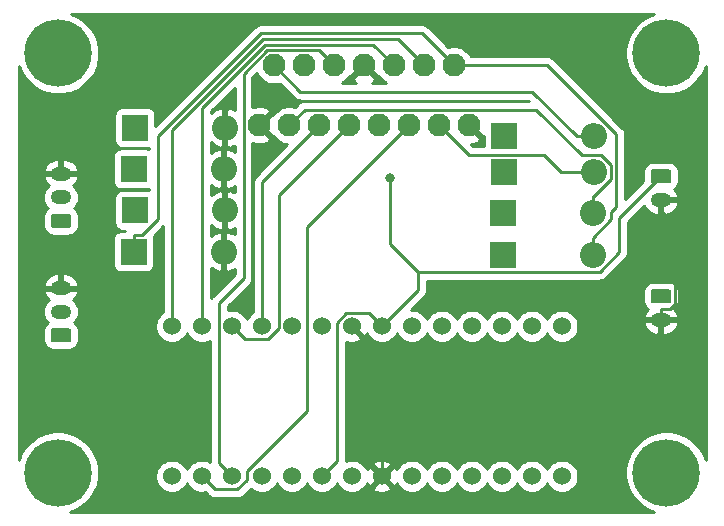
<source format=gbr>
G04 #@! TF.GenerationSoftware,KiCad,Pcbnew,(5.1.2)-1*
G04 #@! TF.CreationDate,2020-03-16T01:25:21+09:00*
G04 #@! TF.ProjectId,L298N_DRIVER,4c323938-4e5f-4445-9249-5645522e6b69,rev?*
G04 #@! TF.SameCoordinates,Original*
G04 #@! TF.FileFunction,Copper,L2,Bot*
G04 #@! TF.FilePolarity,Positive*
%FSLAX46Y46*%
G04 Gerber Fmt 4.6, Leading zero omitted, Abs format (unit mm)*
G04 Created by KiCad (PCBNEW (5.1.2)-1) date 2020-03-16 01:25:21*
%MOMM*%
%LPD*%
G04 APERTURE LIST*
%ADD10C,5.700000*%
%ADD11C,1.524000*%
%ADD12C,1.950000*%
%ADD13O,1.750000X1.200000*%
%ADD14C,0.100000*%
%ADD15C,1.200000*%
%ADD16O,2.200000X2.200000*%
%ADD17R,2.200000X2.200000*%
%ADD18C,0.800000*%
%ADD19C,0.250000*%
%ADD20C,0.254000*%
G04 APERTURE END LIST*
D10*
X125476000Y-83500000D03*
X125500000Y-48000000D03*
X177000000Y-48000000D03*
X177000000Y-83500000D03*
D11*
X168148000Y-83820000D03*
X165608000Y-83820000D03*
X163068000Y-83820000D03*
X160528000Y-83820000D03*
X157988000Y-83820000D03*
X155448000Y-83820000D03*
X152908000Y-83820000D03*
X150368000Y-83820000D03*
X147828000Y-83820000D03*
X145288000Y-83820000D03*
X142748000Y-83820000D03*
X140208000Y-83820000D03*
X137668000Y-83820000D03*
X135128000Y-83820000D03*
X135128000Y-71120000D03*
X137668000Y-71120000D03*
X140208000Y-71120000D03*
X142748000Y-71120000D03*
X145288000Y-71120000D03*
X147828000Y-71120000D03*
X150368000Y-71120000D03*
X152908000Y-71120000D03*
X155448000Y-71120000D03*
X157988000Y-71120000D03*
X160528000Y-71120000D03*
X163068000Y-71120000D03*
X165608000Y-71120000D03*
X168148000Y-71120000D03*
D12*
X160280000Y-54102000D03*
X159010000Y-49022000D03*
X157740000Y-54102000D03*
X156470000Y-49022000D03*
X155200000Y-54102000D03*
X153930000Y-49022000D03*
X152660000Y-54102000D03*
X151390000Y-49022000D03*
X150120000Y-54102000D03*
X148850000Y-49022000D03*
X147580000Y-54102000D03*
X146310000Y-49022000D03*
X145040000Y-54102000D03*
X143770000Y-49022000D03*
X142500000Y-54102000D03*
D13*
X176530000Y-70580000D03*
D14*
G36*
X177179505Y-67981204D02*
G01*
X177203773Y-67984804D01*
X177227572Y-67990765D01*
X177250671Y-67999030D01*
X177272850Y-68009520D01*
X177293893Y-68022132D01*
X177313599Y-68036747D01*
X177331777Y-68053223D01*
X177348253Y-68071401D01*
X177362868Y-68091107D01*
X177375480Y-68112150D01*
X177385970Y-68134329D01*
X177394235Y-68157428D01*
X177400196Y-68181227D01*
X177403796Y-68205495D01*
X177405000Y-68229999D01*
X177405000Y-68930001D01*
X177403796Y-68954505D01*
X177400196Y-68978773D01*
X177394235Y-69002572D01*
X177385970Y-69025671D01*
X177375480Y-69047850D01*
X177362868Y-69068893D01*
X177348253Y-69088599D01*
X177331777Y-69106777D01*
X177313599Y-69123253D01*
X177293893Y-69137868D01*
X177272850Y-69150480D01*
X177250671Y-69160970D01*
X177227572Y-69169235D01*
X177203773Y-69175196D01*
X177179505Y-69178796D01*
X177155001Y-69180000D01*
X175904999Y-69180000D01*
X175880495Y-69178796D01*
X175856227Y-69175196D01*
X175832428Y-69169235D01*
X175809329Y-69160970D01*
X175787150Y-69150480D01*
X175766107Y-69137868D01*
X175746401Y-69123253D01*
X175728223Y-69106777D01*
X175711747Y-69088599D01*
X175697132Y-69068893D01*
X175684520Y-69047850D01*
X175674030Y-69025671D01*
X175665765Y-69002572D01*
X175659804Y-68978773D01*
X175656204Y-68954505D01*
X175655000Y-68930001D01*
X175655000Y-68229999D01*
X175656204Y-68205495D01*
X175659804Y-68181227D01*
X175665765Y-68157428D01*
X175674030Y-68134329D01*
X175684520Y-68112150D01*
X175697132Y-68091107D01*
X175711747Y-68071401D01*
X175728223Y-68053223D01*
X175746401Y-68036747D01*
X175766107Y-68022132D01*
X175787150Y-68009520D01*
X175809329Y-67999030D01*
X175832428Y-67990765D01*
X175856227Y-67984804D01*
X175880495Y-67981204D01*
X175904999Y-67980000D01*
X177155001Y-67980000D01*
X177179505Y-67981204D01*
X177179505Y-67981204D01*
G37*
D15*
X176530000Y-68580000D03*
D13*
X176530000Y-60420000D03*
D14*
G36*
X177179505Y-57821204D02*
G01*
X177203773Y-57824804D01*
X177227572Y-57830765D01*
X177250671Y-57839030D01*
X177272850Y-57849520D01*
X177293893Y-57862132D01*
X177313599Y-57876747D01*
X177331777Y-57893223D01*
X177348253Y-57911401D01*
X177362868Y-57931107D01*
X177375480Y-57952150D01*
X177385970Y-57974329D01*
X177394235Y-57997428D01*
X177400196Y-58021227D01*
X177403796Y-58045495D01*
X177405000Y-58069999D01*
X177405000Y-58770001D01*
X177403796Y-58794505D01*
X177400196Y-58818773D01*
X177394235Y-58842572D01*
X177385970Y-58865671D01*
X177375480Y-58887850D01*
X177362868Y-58908893D01*
X177348253Y-58928599D01*
X177331777Y-58946777D01*
X177313599Y-58963253D01*
X177293893Y-58977868D01*
X177272850Y-58990480D01*
X177250671Y-59000970D01*
X177227572Y-59009235D01*
X177203773Y-59015196D01*
X177179505Y-59018796D01*
X177155001Y-59020000D01*
X175904999Y-59020000D01*
X175880495Y-59018796D01*
X175856227Y-59015196D01*
X175832428Y-59009235D01*
X175809329Y-59000970D01*
X175787150Y-58990480D01*
X175766107Y-58977868D01*
X175746401Y-58963253D01*
X175728223Y-58946777D01*
X175711747Y-58928599D01*
X175697132Y-58908893D01*
X175684520Y-58887850D01*
X175674030Y-58865671D01*
X175665765Y-58842572D01*
X175659804Y-58818773D01*
X175656204Y-58794505D01*
X175655000Y-58770001D01*
X175655000Y-58069999D01*
X175656204Y-58045495D01*
X175659804Y-58021227D01*
X175665765Y-57997428D01*
X175674030Y-57974329D01*
X175684520Y-57952150D01*
X175697132Y-57931107D01*
X175711747Y-57911401D01*
X175728223Y-57893223D01*
X175746401Y-57876747D01*
X175766107Y-57862132D01*
X175787150Y-57849520D01*
X175809329Y-57839030D01*
X175832428Y-57830765D01*
X175856227Y-57824804D01*
X175880495Y-57821204D01*
X175904999Y-57820000D01*
X177155001Y-57820000D01*
X177179505Y-57821204D01*
X177179505Y-57821204D01*
G37*
D15*
X176530000Y-58420000D03*
D13*
X125730000Y-67882000D03*
X125730000Y-69882000D03*
D14*
G36*
X126379505Y-71283204D02*
G01*
X126403773Y-71286804D01*
X126427572Y-71292765D01*
X126450671Y-71301030D01*
X126472850Y-71311520D01*
X126493893Y-71324132D01*
X126513599Y-71338747D01*
X126531777Y-71355223D01*
X126548253Y-71373401D01*
X126562868Y-71393107D01*
X126575480Y-71414150D01*
X126585970Y-71436329D01*
X126594235Y-71459428D01*
X126600196Y-71483227D01*
X126603796Y-71507495D01*
X126605000Y-71531999D01*
X126605000Y-72232001D01*
X126603796Y-72256505D01*
X126600196Y-72280773D01*
X126594235Y-72304572D01*
X126585970Y-72327671D01*
X126575480Y-72349850D01*
X126562868Y-72370893D01*
X126548253Y-72390599D01*
X126531777Y-72408777D01*
X126513599Y-72425253D01*
X126493893Y-72439868D01*
X126472850Y-72452480D01*
X126450671Y-72462970D01*
X126427572Y-72471235D01*
X126403773Y-72477196D01*
X126379505Y-72480796D01*
X126355001Y-72482000D01*
X125104999Y-72482000D01*
X125080495Y-72480796D01*
X125056227Y-72477196D01*
X125032428Y-72471235D01*
X125009329Y-72462970D01*
X124987150Y-72452480D01*
X124966107Y-72439868D01*
X124946401Y-72425253D01*
X124928223Y-72408777D01*
X124911747Y-72390599D01*
X124897132Y-72370893D01*
X124884520Y-72349850D01*
X124874030Y-72327671D01*
X124865765Y-72304572D01*
X124859804Y-72280773D01*
X124856204Y-72256505D01*
X124855000Y-72232001D01*
X124855000Y-71531999D01*
X124856204Y-71507495D01*
X124859804Y-71483227D01*
X124865765Y-71459428D01*
X124874030Y-71436329D01*
X124884520Y-71414150D01*
X124897132Y-71393107D01*
X124911747Y-71373401D01*
X124928223Y-71355223D01*
X124946401Y-71338747D01*
X124966107Y-71324132D01*
X124987150Y-71311520D01*
X125009329Y-71301030D01*
X125032428Y-71292765D01*
X125056227Y-71286804D01*
X125080495Y-71283204D01*
X125104999Y-71282000D01*
X126355001Y-71282000D01*
X126379505Y-71283204D01*
X126379505Y-71283204D01*
G37*
D15*
X125730000Y-71882000D03*
D13*
X125730000Y-58198000D03*
X125730000Y-60198000D03*
D14*
G36*
X126379505Y-61599204D02*
G01*
X126403773Y-61602804D01*
X126427572Y-61608765D01*
X126450671Y-61617030D01*
X126472850Y-61627520D01*
X126493893Y-61640132D01*
X126513599Y-61654747D01*
X126531777Y-61671223D01*
X126548253Y-61689401D01*
X126562868Y-61709107D01*
X126575480Y-61730150D01*
X126585970Y-61752329D01*
X126594235Y-61775428D01*
X126600196Y-61799227D01*
X126603796Y-61823495D01*
X126605000Y-61847999D01*
X126605000Y-62548001D01*
X126603796Y-62572505D01*
X126600196Y-62596773D01*
X126594235Y-62620572D01*
X126585970Y-62643671D01*
X126575480Y-62665850D01*
X126562868Y-62686893D01*
X126548253Y-62706599D01*
X126531777Y-62724777D01*
X126513599Y-62741253D01*
X126493893Y-62755868D01*
X126472850Y-62768480D01*
X126450671Y-62778970D01*
X126427572Y-62787235D01*
X126403773Y-62793196D01*
X126379505Y-62796796D01*
X126355001Y-62798000D01*
X125104999Y-62798000D01*
X125080495Y-62796796D01*
X125056227Y-62793196D01*
X125032428Y-62787235D01*
X125009329Y-62778970D01*
X124987150Y-62768480D01*
X124966107Y-62755868D01*
X124946401Y-62741253D01*
X124928223Y-62724777D01*
X124911747Y-62706599D01*
X124897132Y-62686893D01*
X124884520Y-62665850D01*
X124874030Y-62643671D01*
X124865765Y-62620572D01*
X124859804Y-62596773D01*
X124856204Y-62572505D01*
X124855000Y-62548001D01*
X124855000Y-61847999D01*
X124856204Y-61823495D01*
X124859804Y-61799227D01*
X124865765Y-61775428D01*
X124874030Y-61752329D01*
X124884520Y-61730150D01*
X124897132Y-61709107D01*
X124911747Y-61689401D01*
X124928223Y-61671223D01*
X124946401Y-61654747D01*
X124966107Y-61640132D01*
X124987150Y-61627520D01*
X125009329Y-61617030D01*
X125032428Y-61608765D01*
X125056227Y-61602804D01*
X125080495Y-61599204D01*
X125104999Y-61598000D01*
X126355001Y-61598000D01*
X126379505Y-61599204D01*
X126379505Y-61599204D01*
G37*
D15*
X125730000Y-62198000D03*
D16*
X139496000Y-64794000D03*
D17*
X131876000Y-64794000D03*
D16*
X170750000Y-65048000D03*
D17*
X163130000Y-65048000D03*
D16*
X139496000Y-57794000D03*
D17*
X131876000Y-57794000D03*
D16*
X170870000Y-58048000D03*
D17*
X163250000Y-58048000D03*
D16*
X139616000Y-61294000D03*
D17*
X131996000Y-61294000D03*
D16*
X170750000Y-61548000D03*
D17*
X163130000Y-61548000D03*
D16*
X139616000Y-54294000D03*
D17*
X131996000Y-54294000D03*
D16*
X170870000Y-55048000D03*
D17*
X163250000Y-55048000D03*
D18*
X153620000Y-58539500D03*
D19*
X170870000Y-55048000D02*
X169444700Y-55048000D01*
X169444700Y-55048000D02*
X165643800Y-51247100D01*
X165643800Y-51247100D02*
X145995100Y-51247100D01*
X145995100Y-51247100D02*
X143770000Y-49022000D01*
X139496000Y-57794000D02*
X139496000Y-59219300D01*
X139496000Y-59219300D02*
X139616000Y-59339300D01*
X139616000Y-59339300D02*
X139616000Y-61294000D01*
X139616000Y-55719300D02*
X139496000Y-55839300D01*
X139496000Y-55839300D02*
X139496000Y-57794000D01*
X152908000Y-73660000D02*
X152908000Y-83820000D01*
X150368000Y-71120000D02*
X152908000Y-73660000D01*
X152908000Y-73660000D02*
X174375300Y-73660000D01*
X174375300Y-73660000D02*
X176530000Y-71505300D01*
X176530000Y-70580000D02*
X176530000Y-71505300D01*
X139616000Y-54294000D02*
X139616000Y-55719300D01*
X176530000Y-70580000D02*
X176530000Y-69654700D01*
X176530000Y-60420000D02*
X176530000Y-61345300D01*
X176530000Y-61345300D02*
X177748800Y-62564100D01*
X177748800Y-62564100D02*
X177748800Y-69245500D01*
X177748800Y-69245500D02*
X177339600Y-69654700D01*
X177339600Y-69654700D02*
X176530000Y-69654700D01*
X139496000Y-64794000D02*
X139496000Y-63368700D01*
X139496000Y-63368700D02*
X139616000Y-63248700D01*
X139616000Y-63248700D02*
X139616000Y-61294000D01*
X170750000Y-60122700D02*
X170839100Y-60122700D01*
X170839100Y-60122700D02*
X172295400Y-58666400D01*
X172295400Y-58666400D02*
X172295400Y-57424600D01*
X172295400Y-57424600D02*
X171493400Y-56622600D01*
X171493400Y-56622600D02*
X169825100Y-56622600D01*
X169825100Y-56622600D02*
X165990000Y-52787500D01*
X165990000Y-52787500D02*
X146354500Y-52787500D01*
X146354500Y-52787500D02*
X145040000Y-54102000D01*
X170750000Y-61548000D02*
X170750000Y-60122700D01*
X170870000Y-58048000D02*
X168047400Y-58048000D01*
X168047400Y-58048000D02*
X166599400Y-56600000D01*
X166599400Y-56600000D02*
X160238000Y-56600000D01*
X160238000Y-56600000D02*
X157740000Y-54102000D01*
X159010000Y-49022000D02*
X156295100Y-46307100D01*
X156295100Y-46307100D02*
X142674400Y-46307100D01*
X142674400Y-46307100D02*
X133950600Y-55030900D01*
X133950600Y-55030900D02*
X133950600Y-62006700D01*
X133950600Y-62006700D02*
X132588600Y-63368700D01*
X132588600Y-63368700D02*
X131876000Y-63368700D01*
X170750000Y-63622700D02*
X172295400Y-62077300D01*
X172295400Y-62077300D02*
X172295400Y-61478200D01*
X172295400Y-61478200D02*
X172745700Y-61027900D01*
X172745700Y-61027900D02*
X172745700Y-54867000D01*
X172745700Y-54867000D02*
X166900700Y-49022000D01*
X166900700Y-49022000D02*
X159010000Y-49022000D01*
X131876000Y-64794000D02*
X131876000Y-63368700D01*
X170750000Y-65048000D02*
X170750000Y-63622700D01*
X155952400Y-66491500D02*
X153620000Y-64159100D01*
X153620000Y-64159100D02*
X153620000Y-58539500D01*
X176530000Y-58420000D02*
X172958000Y-61992000D01*
X172958000Y-61992000D02*
X172958000Y-64870900D01*
X172958000Y-64870900D02*
X171337400Y-66491500D01*
X171337400Y-66491500D02*
X155952400Y-66491500D01*
X155952400Y-66491500D02*
X155952400Y-68075600D01*
X155952400Y-68075600D02*
X152908000Y-71120000D01*
X147828000Y-83820000D02*
X149098000Y-82550000D01*
X149098000Y-82550000D02*
X149098000Y-70832100D01*
X149098000Y-70832100D02*
X149897500Y-70032600D01*
X149897500Y-70032600D02*
X151820600Y-70032600D01*
X151820600Y-70032600D02*
X152908000Y-71120000D01*
X135128000Y-71120000D02*
X135128000Y-54517200D01*
X135128000Y-54517200D02*
X142832300Y-46812900D01*
X142832300Y-46812900D02*
X154260900Y-46812900D01*
X154260900Y-46812900D02*
X156470000Y-49022000D01*
X155200000Y-54102000D02*
X146558000Y-62744000D01*
X146558000Y-62744000D02*
X146558000Y-78285800D01*
X146558000Y-78285800D02*
X141478000Y-83365800D01*
X141478000Y-83365800D02*
X141478000Y-84109400D01*
X141478000Y-84109400D02*
X140674400Y-84913000D01*
X140674400Y-84913000D02*
X138761000Y-84913000D01*
X138761000Y-84913000D02*
X137668000Y-83820000D01*
X153930000Y-49022000D02*
X152171200Y-47263200D01*
X152171200Y-47263200D02*
X143018900Y-47263200D01*
X143018900Y-47263200D02*
X137668000Y-52614100D01*
X137668000Y-52614100D02*
X137668000Y-71120000D01*
X150120000Y-54102000D02*
X144196600Y-60025400D01*
X144196600Y-60025400D02*
X144196600Y-71271600D01*
X144196600Y-71271600D02*
X143247700Y-72220500D01*
X143247700Y-72220500D02*
X141308500Y-72220500D01*
X141308500Y-72220500D02*
X140208000Y-71120000D01*
X148850000Y-49022000D02*
X147541600Y-47713600D01*
X147541600Y-47713600D02*
X143205400Y-47713600D01*
X143205400Y-47713600D02*
X141189200Y-49729800D01*
X141189200Y-49729800D02*
X141189200Y-67029600D01*
X141189200Y-67029600D02*
X139096700Y-69122100D01*
X139096700Y-69122100D02*
X139096700Y-82708700D01*
X139096700Y-82708700D02*
X140208000Y-83820000D01*
X147580000Y-54102000D02*
X142748000Y-58934000D01*
X142748000Y-58934000D02*
X142748000Y-71120000D01*
D20*
G36*
X175349234Y-44911633D02*
G01*
X174778442Y-45293024D01*
X174293024Y-45778442D01*
X173911633Y-46349234D01*
X173648927Y-46983463D01*
X173515000Y-47656758D01*
X173515000Y-48343242D01*
X173648927Y-49016537D01*
X173911633Y-49650766D01*
X174293024Y-50221558D01*
X174778442Y-50706976D01*
X175349234Y-51088367D01*
X175983463Y-51351073D01*
X176656758Y-51485000D01*
X177343242Y-51485000D01*
X178016537Y-51351073D01*
X178650766Y-51088367D01*
X179221558Y-50706976D01*
X179706976Y-50221558D01*
X180088367Y-49650766D01*
X180340000Y-49043270D01*
X180340001Y-82456733D01*
X180088367Y-81849234D01*
X179706976Y-81278442D01*
X179221558Y-80793024D01*
X178650766Y-80411633D01*
X178016537Y-80148927D01*
X177343242Y-80015000D01*
X176656758Y-80015000D01*
X175983463Y-80148927D01*
X175349234Y-80411633D01*
X174778442Y-80793024D01*
X174293024Y-81278442D01*
X173911633Y-81849234D01*
X173648927Y-82483463D01*
X173515000Y-83156758D01*
X173515000Y-83843242D01*
X173648927Y-84516537D01*
X173911633Y-85150766D01*
X174293024Y-85721558D01*
X174778442Y-86206976D01*
X175349234Y-86588367D01*
X175956730Y-86840000D01*
X126519270Y-86840000D01*
X127126766Y-86588367D01*
X127697558Y-86206976D01*
X128182976Y-85721558D01*
X128564367Y-85150766D01*
X128827073Y-84516537D01*
X128961000Y-83843242D01*
X128961000Y-83156758D01*
X128827073Y-82483463D01*
X128564367Y-81849234D01*
X128182976Y-81278442D01*
X127697558Y-80793024D01*
X127126766Y-80411633D01*
X126492537Y-80148927D01*
X125819242Y-80015000D01*
X125132758Y-80015000D01*
X124459463Y-80148927D01*
X123825234Y-80411633D01*
X123254442Y-80793024D01*
X122769024Y-81278442D01*
X122387633Y-81849234D01*
X122160000Y-82398789D01*
X122160000Y-69882000D01*
X124214025Y-69882000D01*
X124237870Y-70124102D01*
X124308489Y-70356901D01*
X124423167Y-70571449D01*
X124577498Y-70759502D01*
X124616111Y-70791191D01*
X124611613Y-70793595D01*
X124477038Y-70904038D01*
X124366595Y-71038613D01*
X124284528Y-71192149D01*
X124233992Y-71358745D01*
X124216928Y-71531999D01*
X124216928Y-72232001D01*
X124233992Y-72405255D01*
X124284528Y-72571851D01*
X124366595Y-72725387D01*
X124477038Y-72859962D01*
X124611613Y-72970405D01*
X124765149Y-73052472D01*
X124931745Y-73103008D01*
X125104999Y-73120072D01*
X126355001Y-73120072D01*
X126528255Y-73103008D01*
X126694851Y-73052472D01*
X126848387Y-72970405D01*
X126982962Y-72859962D01*
X127093405Y-72725387D01*
X127175472Y-72571851D01*
X127226008Y-72405255D01*
X127243072Y-72232001D01*
X127243072Y-71531999D01*
X127226008Y-71358745D01*
X127175472Y-71192149D01*
X127093405Y-71038613D01*
X126982962Y-70904038D01*
X126848387Y-70793595D01*
X126843889Y-70791191D01*
X126882502Y-70759502D01*
X127036833Y-70571449D01*
X127151511Y-70356901D01*
X127222130Y-70124102D01*
X127245975Y-69882000D01*
X127222130Y-69639898D01*
X127151511Y-69407099D01*
X127036833Y-69192551D01*
X126882502Y-69004498D01*
X126732652Y-68881519D01*
X126796725Y-68838307D01*
X126968078Y-68665474D01*
X127102421Y-68462533D01*
X127194591Y-68237282D01*
X127198462Y-68199609D01*
X127073731Y-68009000D01*
X125857000Y-68009000D01*
X125857000Y-68029000D01*
X125603000Y-68029000D01*
X125603000Y-68009000D01*
X124386269Y-68009000D01*
X124261538Y-68199609D01*
X124265409Y-68237282D01*
X124357579Y-68462533D01*
X124491922Y-68665474D01*
X124663275Y-68838307D01*
X124727348Y-68881519D01*
X124577498Y-69004498D01*
X124423167Y-69192551D01*
X124308489Y-69407099D01*
X124237870Y-69639898D01*
X124214025Y-69882000D01*
X122160000Y-69882000D01*
X122160000Y-67564391D01*
X124261538Y-67564391D01*
X124386269Y-67755000D01*
X125603000Y-67755000D01*
X125603000Y-66647000D01*
X125857000Y-66647000D01*
X125857000Y-67755000D01*
X127073731Y-67755000D01*
X127198462Y-67564391D01*
X127194591Y-67526718D01*
X127102421Y-67301467D01*
X126968078Y-67098526D01*
X126796725Y-66925693D01*
X126594946Y-66789610D01*
X126370496Y-66695507D01*
X126132000Y-66647000D01*
X125857000Y-66647000D01*
X125603000Y-66647000D01*
X125328000Y-66647000D01*
X125089504Y-66695507D01*
X124865054Y-66789610D01*
X124663275Y-66925693D01*
X124491922Y-67098526D01*
X124357579Y-67301467D01*
X124265409Y-67526718D01*
X124261538Y-67564391D01*
X122160000Y-67564391D01*
X122160000Y-60198000D01*
X124214025Y-60198000D01*
X124237870Y-60440102D01*
X124308489Y-60672901D01*
X124423167Y-60887449D01*
X124577498Y-61075502D01*
X124616111Y-61107191D01*
X124611613Y-61109595D01*
X124477038Y-61220038D01*
X124366595Y-61354613D01*
X124284528Y-61508149D01*
X124233992Y-61674745D01*
X124216928Y-61847999D01*
X124216928Y-62548001D01*
X124233992Y-62721255D01*
X124284528Y-62887851D01*
X124366595Y-63041387D01*
X124477038Y-63175962D01*
X124611613Y-63286405D01*
X124765149Y-63368472D01*
X124931745Y-63419008D01*
X125104999Y-63436072D01*
X126355001Y-63436072D01*
X126528255Y-63419008D01*
X126694851Y-63368472D01*
X126848387Y-63286405D01*
X126982962Y-63175962D01*
X127093405Y-63041387D01*
X127175472Y-62887851D01*
X127226008Y-62721255D01*
X127243072Y-62548001D01*
X127243072Y-61847999D01*
X127226008Y-61674745D01*
X127175472Y-61508149D01*
X127093405Y-61354613D01*
X126982962Y-61220038D01*
X126848387Y-61109595D01*
X126843889Y-61107191D01*
X126882502Y-61075502D01*
X127036833Y-60887449D01*
X127151511Y-60672901D01*
X127222130Y-60440102D01*
X127245975Y-60198000D01*
X127222130Y-59955898D01*
X127151511Y-59723099D01*
X127036833Y-59508551D01*
X126882502Y-59320498D01*
X126732652Y-59197519D01*
X126796725Y-59154307D01*
X126968078Y-58981474D01*
X127102421Y-58778533D01*
X127194591Y-58553282D01*
X127198462Y-58515609D01*
X127073731Y-58325000D01*
X125857000Y-58325000D01*
X125857000Y-58345000D01*
X125603000Y-58345000D01*
X125603000Y-58325000D01*
X124386269Y-58325000D01*
X124261538Y-58515609D01*
X124265409Y-58553282D01*
X124357579Y-58778533D01*
X124491922Y-58981474D01*
X124663275Y-59154307D01*
X124727348Y-59197519D01*
X124577498Y-59320498D01*
X124423167Y-59508551D01*
X124308489Y-59723099D01*
X124237870Y-59955898D01*
X124214025Y-60198000D01*
X122160000Y-60198000D01*
X122160000Y-57880391D01*
X124261538Y-57880391D01*
X124386269Y-58071000D01*
X125603000Y-58071000D01*
X125603000Y-56963000D01*
X125857000Y-56963000D01*
X125857000Y-58071000D01*
X127073731Y-58071000D01*
X127198462Y-57880391D01*
X127194591Y-57842718D01*
X127102421Y-57617467D01*
X126968078Y-57414526D01*
X126796725Y-57241693D01*
X126594946Y-57105610D01*
X126370496Y-57011507D01*
X126132000Y-56963000D01*
X125857000Y-56963000D01*
X125603000Y-56963000D01*
X125328000Y-56963000D01*
X125089504Y-57011507D01*
X124865054Y-57105610D01*
X124663275Y-57241693D01*
X124491922Y-57414526D01*
X124357579Y-57617467D01*
X124265409Y-57842718D01*
X124261538Y-57880391D01*
X122160000Y-57880391D01*
X122160000Y-56694000D01*
X130137928Y-56694000D01*
X130137928Y-58894000D01*
X130150188Y-59018482D01*
X130186498Y-59138180D01*
X130245463Y-59248494D01*
X130324815Y-59345185D01*
X130421506Y-59424537D01*
X130531820Y-59483502D01*
X130651518Y-59519812D01*
X130776000Y-59532072D01*
X132976000Y-59532072D01*
X133100482Y-59519812D01*
X133190601Y-59492475D01*
X133190601Y-59565245D01*
X133096000Y-59555928D01*
X130896000Y-59555928D01*
X130771518Y-59568188D01*
X130651820Y-59604498D01*
X130541506Y-59663463D01*
X130444815Y-59742815D01*
X130365463Y-59839506D01*
X130306498Y-59949820D01*
X130270188Y-60069518D01*
X130257928Y-60194000D01*
X130257928Y-62394000D01*
X130270188Y-62518482D01*
X130306498Y-62638180D01*
X130365463Y-62748494D01*
X130444815Y-62845185D01*
X130541506Y-62924537D01*
X130651820Y-62983502D01*
X130771518Y-63019812D01*
X130896000Y-63032072D01*
X131194176Y-63032072D01*
X131181425Y-63055928D01*
X130776000Y-63055928D01*
X130651518Y-63068188D01*
X130531820Y-63104498D01*
X130421506Y-63163463D01*
X130324815Y-63242815D01*
X130245463Y-63339506D01*
X130186498Y-63449820D01*
X130150188Y-63569518D01*
X130137928Y-63694000D01*
X130137928Y-65894000D01*
X130150188Y-66018482D01*
X130186498Y-66138180D01*
X130245463Y-66248494D01*
X130324815Y-66345185D01*
X130421506Y-66424537D01*
X130531820Y-66483502D01*
X130651518Y-66519812D01*
X130776000Y-66532072D01*
X132976000Y-66532072D01*
X133100482Y-66519812D01*
X133220180Y-66483502D01*
X133330494Y-66424537D01*
X133427185Y-66345185D01*
X133506537Y-66248494D01*
X133565502Y-66138180D01*
X133601812Y-66018482D01*
X133614072Y-65894000D01*
X133614072Y-63694000D01*
X133601812Y-63569518D01*
X133569407Y-63462694D01*
X134368001Y-62664101D01*
X134368000Y-69947659D01*
X134237465Y-70034880D01*
X134042880Y-70229465D01*
X133889995Y-70458273D01*
X133784686Y-70712510D01*
X133731000Y-70982408D01*
X133731000Y-71257592D01*
X133784686Y-71527490D01*
X133889995Y-71781727D01*
X134042880Y-72010535D01*
X134237465Y-72205120D01*
X134466273Y-72358005D01*
X134720510Y-72463314D01*
X134990408Y-72517000D01*
X135265592Y-72517000D01*
X135535490Y-72463314D01*
X135789727Y-72358005D01*
X136018535Y-72205120D01*
X136213120Y-72010535D01*
X136366005Y-71781727D01*
X136398000Y-71704485D01*
X136429995Y-71781727D01*
X136582880Y-72010535D01*
X136777465Y-72205120D01*
X137006273Y-72358005D01*
X137260510Y-72463314D01*
X137530408Y-72517000D01*
X137805592Y-72517000D01*
X138075490Y-72463314D01*
X138329727Y-72358005D01*
X138336700Y-72353346D01*
X138336701Y-82586655D01*
X138329727Y-82581995D01*
X138075490Y-82476686D01*
X137805592Y-82423000D01*
X137530408Y-82423000D01*
X137260510Y-82476686D01*
X137006273Y-82581995D01*
X136777465Y-82734880D01*
X136582880Y-82929465D01*
X136429995Y-83158273D01*
X136398000Y-83235515D01*
X136366005Y-83158273D01*
X136213120Y-82929465D01*
X136018535Y-82734880D01*
X135789727Y-82581995D01*
X135535490Y-82476686D01*
X135265592Y-82423000D01*
X134990408Y-82423000D01*
X134720510Y-82476686D01*
X134466273Y-82581995D01*
X134237465Y-82734880D01*
X134042880Y-82929465D01*
X133889995Y-83158273D01*
X133784686Y-83412510D01*
X133731000Y-83682408D01*
X133731000Y-83957592D01*
X133784686Y-84227490D01*
X133889995Y-84481727D01*
X134042880Y-84710535D01*
X134237465Y-84905120D01*
X134466273Y-85058005D01*
X134720510Y-85163314D01*
X134990408Y-85217000D01*
X135265592Y-85217000D01*
X135535490Y-85163314D01*
X135789727Y-85058005D01*
X136018535Y-84905120D01*
X136213120Y-84710535D01*
X136366005Y-84481727D01*
X136398000Y-84404485D01*
X136429995Y-84481727D01*
X136582880Y-84710535D01*
X136777465Y-84905120D01*
X137006273Y-85058005D01*
X137260510Y-85163314D01*
X137530408Y-85217000D01*
X137805592Y-85217000D01*
X137959570Y-85186372D01*
X138197205Y-85424008D01*
X138220999Y-85453001D01*
X138249992Y-85476795D01*
X138249996Y-85476799D01*
X138320685Y-85534811D01*
X138336724Y-85547974D01*
X138468753Y-85618546D01*
X138612014Y-85662003D01*
X138723667Y-85673000D01*
X138723676Y-85673000D01*
X138760999Y-85676676D01*
X138798322Y-85673000D01*
X140637078Y-85673000D01*
X140674400Y-85676676D01*
X140711722Y-85673000D01*
X140711733Y-85673000D01*
X140823386Y-85662003D01*
X140966647Y-85618546D01*
X141098676Y-85547974D01*
X141214401Y-85453001D01*
X141238203Y-85423998D01*
X141807273Y-84854928D01*
X141857465Y-84905120D01*
X142086273Y-85058005D01*
X142340510Y-85163314D01*
X142610408Y-85217000D01*
X142885592Y-85217000D01*
X143155490Y-85163314D01*
X143409727Y-85058005D01*
X143638535Y-84905120D01*
X143833120Y-84710535D01*
X143986005Y-84481727D01*
X144018000Y-84404485D01*
X144049995Y-84481727D01*
X144202880Y-84710535D01*
X144397465Y-84905120D01*
X144626273Y-85058005D01*
X144880510Y-85163314D01*
X145150408Y-85217000D01*
X145425592Y-85217000D01*
X145695490Y-85163314D01*
X145949727Y-85058005D01*
X146178535Y-84905120D01*
X146373120Y-84710535D01*
X146526005Y-84481727D01*
X146558000Y-84404485D01*
X146589995Y-84481727D01*
X146742880Y-84710535D01*
X146937465Y-84905120D01*
X147166273Y-85058005D01*
X147420510Y-85163314D01*
X147690408Y-85217000D01*
X147965592Y-85217000D01*
X148235490Y-85163314D01*
X148489727Y-85058005D01*
X148718535Y-84905120D01*
X148913120Y-84710535D01*
X149066005Y-84481727D01*
X149098000Y-84404485D01*
X149129995Y-84481727D01*
X149282880Y-84710535D01*
X149477465Y-84905120D01*
X149706273Y-85058005D01*
X149960510Y-85163314D01*
X150230408Y-85217000D01*
X150505592Y-85217000D01*
X150775490Y-85163314D01*
X151029727Y-85058005D01*
X151258535Y-84905120D01*
X151378090Y-84785565D01*
X152122040Y-84785565D01*
X152189020Y-85025656D01*
X152438048Y-85142756D01*
X152705135Y-85209023D01*
X152980017Y-85221910D01*
X153252133Y-85180922D01*
X153511023Y-85087636D01*
X153626980Y-85025656D01*
X153693960Y-84785565D01*
X152908000Y-83999605D01*
X152122040Y-84785565D01*
X151378090Y-84785565D01*
X151453120Y-84710535D01*
X151606005Y-84481727D01*
X151635692Y-84410057D01*
X151640364Y-84423023D01*
X151702344Y-84538980D01*
X151942435Y-84605960D01*
X152728395Y-83820000D01*
X153087605Y-83820000D01*
X153873565Y-84605960D01*
X154113656Y-84538980D01*
X154177485Y-84403240D01*
X154209995Y-84481727D01*
X154362880Y-84710535D01*
X154557465Y-84905120D01*
X154786273Y-85058005D01*
X155040510Y-85163314D01*
X155310408Y-85217000D01*
X155585592Y-85217000D01*
X155855490Y-85163314D01*
X156109727Y-85058005D01*
X156338535Y-84905120D01*
X156533120Y-84710535D01*
X156686005Y-84481727D01*
X156718000Y-84404485D01*
X156749995Y-84481727D01*
X156902880Y-84710535D01*
X157097465Y-84905120D01*
X157326273Y-85058005D01*
X157580510Y-85163314D01*
X157850408Y-85217000D01*
X158125592Y-85217000D01*
X158395490Y-85163314D01*
X158649727Y-85058005D01*
X158878535Y-84905120D01*
X159073120Y-84710535D01*
X159226005Y-84481727D01*
X159258000Y-84404485D01*
X159289995Y-84481727D01*
X159442880Y-84710535D01*
X159637465Y-84905120D01*
X159866273Y-85058005D01*
X160120510Y-85163314D01*
X160390408Y-85217000D01*
X160665592Y-85217000D01*
X160935490Y-85163314D01*
X161189727Y-85058005D01*
X161418535Y-84905120D01*
X161613120Y-84710535D01*
X161766005Y-84481727D01*
X161798000Y-84404485D01*
X161829995Y-84481727D01*
X161982880Y-84710535D01*
X162177465Y-84905120D01*
X162406273Y-85058005D01*
X162660510Y-85163314D01*
X162930408Y-85217000D01*
X163205592Y-85217000D01*
X163475490Y-85163314D01*
X163729727Y-85058005D01*
X163958535Y-84905120D01*
X164153120Y-84710535D01*
X164306005Y-84481727D01*
X164338000Y-84404485D01*
X164369995Y-84481727D01*
X164522880Y-84710535D01*
X164717465Y-84905120D01*
X164946273Y-85058005D01*
X165200510Y-85163314D01*
X165470408Y-85217000D01*
X165745592Y-85217000D01*
X166015490Y-85163314D01*
X166269727Y-85058005D01*
X166498535Y-84905120D01*
X166693120Y-84710535D01*
X166846005Y-84481727D01*
X166878000Y-84404485D01*
X166909995Y-84481727D01*
X167062880Y-84710535D01*
X167257465Y-84905120D01*
X167486273Y-85058005D01*
X167740510Y-85163314D01*
X168010408Y-85217000D01*
X168285592Y-85217000D01*
X168555490Y-85163314D01*
X168809727Y-85058005D01*
X169038535Y-84905120D01*
X169233120Y-84710535D01*
X169386005Y-84481727D01*
X169491314Y-84227490D01*
X169545000Y-83957592D01*
X169545000Y-83682408D01*
X169491314Y-83412510D01*
X169386005Y-83158273D01*
X169233120Y-82929465D01*
X169038535Y-82734880D01*
X168809727Y-82581995D01*
X168555490Y-82476686D01*
X168285592Y-82423000D01*
X168010408Y-82423000D01*
X167740510Y-82476686D01*
X167486273Y-82581995D01*
X167257465Y-82734880D01*
X167062880Y-82929465D01*
X166909995Y-83158273D01*
X166878000Y-83235515D01*
X166846005Y-83158273D01*
X166693120Y-82929465D01*
X166498535Y-82734880D01*
X166269727Y-82581995D01*
X166015490Y-82476686D01*
X165745592Y-82423000D01*
X165470408Y-82423000D01*
X165200510Y-82476686D01*
X164946273Y-82581995D01*
X164717465Y-82734880D01*
X164522880Y-82929465D01*
X164369995Y-83158273D01*
X164338000Y-83235515D01*
X164306005Y-83158273D01*
X164153120Y-82929465D01*
X163958535Y-82734880D01*
X163729727Y-82581995D01*
X163475490Y-82476686D01*
X163205592Y-82423000D01*
X162930408Y-82423000D01*
X162660510Y-82476686D01*
X162406273Y-82581995D01*
X162177465Y-82734880D01*
X161982880Y-82929465D01*
X161829995Y-83158273D01*
X161798000Y-83235515D01*
X161766005Y-83158273D01*
X161613120Y-82929465D01*
X161418535Y-82734880D01*
X161189727Y-82581995D01*
X160935490Y-82476686D01*
X160665592Y-82423000D01*
X160390408Y-82423000D01*
X160120510Y-82476686D01*
X159866273Y-82581995D01*
X159637465Y-82734880D01*
X159442880Y-82929465D01*
X159289995Y-83158273D01*
X159258000Y-83235515D01*
X159226005Y-83158273D01*
X159073120Y-82929465D01*
X158878535Y-82734880D01*
X158649727Y-82581995D01*
X158395490Y-82476686D01*
X158125592Y-82423000D01*
X157850408Y-82423000D01*
X157580510Y-82476686D01*
X157326273Y-82581995D01*
X157097465Y-82734880D01*
X156902880Y-82929465D01*
X156749995Y-83158273D01*
X156718000Y-83235515D01*
X156686005Y-83158273D01*
X156533120Y-82929465D01*
X156338535Y-82734880D01*
X156109727Y-82581995D01*
X155855490Y-82476686D01*
X155585592Y-82423000D01*
X155310408Y-82423000D01*
X155040510Y-82476686D01*
X154786273Y-82581995D01*
X154557465Y-82734880D01*
X154362880Y-82929465D01*
X154209995Y-83158273D01*
X154180308Y-83229943D01*
X154175636Y-83216977D01*
X154113656Y-83101020D01*
X153873565Y-83034040D01*
X153087605Y-83820000D01*
X152728395Y-83820000D01*
X151942435Y-83034040D01*
X151702344Y-83101020D01*
X151638515Y-83236760D01*
X151606005Y-83158273D01*
X151453120Y-82929465D01*
X151378090Y-82854435D01*
X152122040Y-82854435D01*
X152908000Y-83640395D01*
X153693960Y-82854435D01*
X153626980Y-82614344D01*
X153377952Y-82497244D01*
X153110865Y-82430977D01*
X152835983Y-82418090D01*
X152563867Y-82459078D01*
X152304977Y-82552364D01*
X152189020Y-82614344D01*
X152122040Y-82854435D01*
X151378090Y-82854435D01*
X151258535Y-82734880D01*
X151029727Y-82581995D01*
X150775490Y-82476686D01*
X150505592Y-82423000D01*
X150230408Y-82423000D01*
X149960510Y-82476686D01*
X149858612Y-82518894D01*
X149858000Y-82512678D01*
X149858000Y-72423924D01*
X149898048Y-72442756D01*
X150165135Y-72509023D01*
X150440017Y-72521910D01*
X150712133Y-72480922D01*
X150971023Y-72387636D01*
X151086980Y-72325656D01*
X151153960Y-72085565D01*
X150368000Y-71299605D01*
X150353858Y-71313748D01*
X150174253Y-71134143D01*
X150188395Y-71120000D01*
X150174253Y-71105858D01*
X150353858Y-70926253D01*
X150368000Y-70940395D01*
X150382143Y-70926253D01*
X150561748Y-71105858D01*
X150547605Y-71120000D01*
X151333565Y-71905960D01*
X151573656Y-71838980D01*
X151637485Y-71703240D01*
X151669995Y-71781727D01*
X151822880Y-72010535D01*
X152017465Y-72205120D01*
X152246273Y-72358005D01*
X152500510Y-72463314D01*
X152770408Y-72517000D01*
X153045592Y-72517000D01*
X153315490Y-72463314D01*
X153569727Y-72358005D01*
X153798535Y-72205120D01*
X153993120Y-72010535D01*
X154146005Y-71781727D01*
X154178000Y-71704485D01*
X154209995Y-71781727D01*
X154362880Y-72010535D01*
X154557465Y-72205120D01*
X154786273Y-72358005D01*
X155040510Y-72463314D01*
X155310408Y-72517000D01*
X155585592Y-72517000D01*
X155855490Y-72463314D01*
X156109727Y-72358005D01*
X156338535Y-72205120D01*
X156533120Y-72010535D01*
X156686005Y-71781727D01*
X156718000Y-71704485D01*
X156749995Y-71781727D01*
X156902880Y-72010535D01*
X157097465Y-72205120D01*
X157326273Y-72358005D01*
X157580510Y-72463314D01*
X157850408Y-72517000D01*
X158125592Y-72517000D01*
X158395490Y-72463314D01*
X158649727Y-72358005D01*
X158878535Y-72205120D01*
X159073120Y-72010535D01*
X159226005Y-71781727D01*
X159258000Y-71704485D01*
X159289995Y-71781727D01*
X159442880Y-72010535D01*
X159637465Y-72205120D01*
X159866273Y-72358005D01*
X160120510Y-72463314D01*
X160390408Y-72517000D01*
X160665592Y-72517000D01*
X160935490Y-72463314D01*
X161189727Y-72358005D01*
X161418535Y-72205120D01*
X161613120Y-72010535D01*
X161766005Y-71781727D01*
X161798000Y-71704485D01*
X161829995Y-71781727D01*
X161982880Y-72010535D01*
X162177465Y-72205120D01*
X162406273Y-72358005D01*
X162660510Y-72463314D01*
X162930408Y-72517000D01*
X163205592Y-72517000D01*
X163475490Y-72463314D01*
X163729727Y-72358005D01*
X163958535Y-72205120D01*
X164153120Y-72010535D01*
X164306005Y-71781727D01*
X164338000Y-71704485D01*
X164369995Y-71781727D01*
X164522880Y-72010535D01*
X164717465Y-72205120D01*
X164946273Y-72358005D01*
X165200510Y-72463314D01*
X165470408Y-72517000D01*
X165745592Y-72517000D01*
X166015490Y-72463314D01*
X166269727Y-72358005D01*
X166498535Y-72205120D01*
X166693120Y-72010535D01*
X166846005Y-71781727D01*
X166878000Y-71704485D01*
X166909995Y-71781727D01*
X167062880Y-72010535D01*
X167257465Y-72205120D01*
X167486273Y-72358005D01*
X167740510Y-72463314D01*
X168010408Y-72517000D01*
X168285592Y-72517000D01*
X168555490Y-72463314D01*
X168809727Y-72358005D01*
X169038535Y-72205120D01*
X169233120Y-72010535D01*
X169386005Y-71781727D01*
X169491314Y-71527490D01*
X169545000Y-71257592D01*
X169545000Y-70982408D01*
X169528133Y-70897609D01*
X175061538Y-70897609D01*
X175065409Y-70935282D01*
X175157579Y-71160533D01*
X175291922Y-71363474D01*
X175463275Y-71536307D01*
X175665054Y-71672390D01*
X175889504Y-71766493D01*
X176128000Y-71815000D01*
X176403000Y-71815000D01*
X176403000Y-70707000D01*
X176657000Y-70707000D01*
X176657000Y-71815000D01*
X176932000Y-71815000D01*
X177170496Y-71766493D01*
X177394946Y-71672390D01*
X177596725Y-71536307D01*
X177768078Y-71363474D01*
X177902421Y-71160533D01*
X177994591Y-70935282D01*
X177998462Y-70897609D01*
X177873731Y-70707000D01*
X176657000Y-70707000D01*
X176403000Y-70707000D01*
X175186269Y-70707000D01*
X175061538Y-70897609D01*
X169528133Y-70897609D01*
X169491314Y-70712510D01*
X169386005Y-70458273D01*
X169233120Y-70229465D01*
X169038535Y-70034880D01*
X168809727Y-69881995D01*
X168555490Y-69776686D01*
X168285592Y-69723000D01*
X168010408Y-69723000D01*
X167740510Y-69776686D01*
X167486273Y-69881995D01*
X167257465Y-70034880D01*
X167062880Y-70229465D01*
X166909995Y-70458273D01*
X166878000Y-70535515D01*
X166846005Y-70458273D01*
X166693120Y-70229465D01*
X166498535Y-70034880D01*
X166269727Y-69881995D01*
X166015490Y-69776686D01*
X165745592Y-69723000D01*
X165470408Y-69723000D01*
X165200510Y-69776686D01*
X164946273Y-69881995D01*
X164717465Y-70034880D01*
X164522880Y-70229465D01*
X164369995Y-70458273D01*
X164338000Y-70535515D01*
X164306005Y-70458273D01*
X164153120Y-70229465D01*
X163958535Y-70034880D01*
X163729727Y-69881995D01*
X163475490Y-69776686D01*
X163205592Y-69723000D01*
X162930408Y-69723000D01*
X162660510Y-69776686D01*
X162406273Y-69881995D01*
X162177465Y-70034880D01*
X161982880Y-70229465D01*
X161829995Y-70458273D01*
X161798000Y-70535515D01*
X161766005Y-70458273D01*
X161613120Y-70229465D01*
X161418535Y-70034880D01*
X161189727Y-69881995D01*
X160935490Y-69776686D01*
X160665592Y-69723000D01*
X160390408Y-69723000D01*
X160120510Y-69776686D01*
X159866273Y-69881995D01*
X159637465Y-70034880D01*
X159442880Y-70229465D01*
X159289995Y-70458273D01*
X159258000Y-70535515D01*
X159226005Y-70458273D01*
X159073120Y-70229465D01*
X158878535Y-70034880D01*
X158649727Y-69881995D01*
X158395490Y-69776686D01*
X158125592Y-69723000D01*
X157850408Y-69723000D01*
X157580510Y-69776686D01*
X157326273Y-69881995D01*
X157097465Y-70034880D01*
X156902880Y-70229465D01*
X156749995Y-70458273D01*
X156718000Y-70535515D01*
X156686005Y-70458273D01*
X156533120Y-70229465D01*
X156338535Y-70034880D01*
X156109727Y-69881995D01*
X155855490Y-69776686D01*
X155585592Y-69723000D01*
X155379802Y-69723000D01*
X156463403Y-68639399D01*
X156492401Y-68615601D01*
X156587374Y-68499876D01*
X156657946Y-68367847D01*
X156699761Y-68229999D01*
X175016928Y-68229999D01*
X175016928Y-68930001D01*
X175033992Y-69103255D01*
X175084528Y-69269851D01*
X175166595Y-69423387D01*
X175277038Y-69557962D01*
X175411613Y-69668405D01*
X175416406Y-69670967D01*
X175291922Y-69796526D01*
X175157579Y-69999467D01*
X175065409Y-70224718D01*
X175061538Y-70262391D01*
X175186269Y-70453000D01*
X176403000Y-70453000D01*
X176403000Y-70433000D01*
X176657000Y-70433000D01*
X176657000Y-70453000D01*
X177873731Y-70453000D01*
X177998462Y-70262391D01*
X177994591Y-70224718D01*
X177902421Y-69999467D01*
X177768078Y-69796526D01*
X177643594Y-69670967D01*
X177648387Y-69668405D01*
X177782962Y-69557962D01*
X177893405Y-69423387D01*
X177975472Y-69269851D01*
X178026008Y-69103255D01*
X178043072Y-68930001D01*
X178043072Y-68229999D01*
X178026008Y-68056745D01*
X177975472Y-67890149D01*
X177893405Y-67736613D01*
X177782962Y-67602038D01*
X177648387Y-67491595D01*
X177494851Y-67409528D01*
X177328255Y-67358992D01*
X177155001Y-67341928D01*
X175904999Y-67341928D01*
X175731745Y-67358992D01*
X175565149Y-67409528D01*
X175411613Y-67491595D01*
X175277038Y-67602038D01*
X175166595Y-67736613D01*
X175084528Y-67890149D01*
X175033992Y-68056745D01*
X175016928Y-68229999D01*
X156699761Y-68229999D01*
X156701403Y-68224586D01*
X156712400Y-68112933D01*
X156712400Y-68112925D01*
X156716076Y-68075600D01*
X156712400Y-68038275D01*
X156712400Y-67251500D01*
X171300078Y-67251500D01*
X171337400Y-67255176D01*
X171374722Y-67251500D01*
X171374733Y-67251500D01*
X171486386Y-67240503D01*
X171629647Y-67197046D01*
X171761676Y-67126474D01*
X171877401Y-67031501D01*
X171901203Y-67002498D01*
X173469008Y-65434695D01*
X173498001Y-65410901D01*
X173521795Y-65381908D01*
X173521799Y-65381904D01*
X173592973Y-65295177D01*
X173592974Y-65295176D01*
X173663546Y-65163147D01*
X173707003Y-65019886D01*
X173718000Y-64908233D01*
X173718000Y-64908224D01*
X173721676Y-64870901D01*
X173718000Y-64833578D01*
X173718000Y-62306801D01*
X175118869Y-60905932D01*
X175157579Y-61000533D01*
X175291922Y-61203474D01*
X175463275Y-61376307D01*
X175665054Y-61512390D01*
X175889504Y-61606493D01*
X176128000Y-61655000D01*
X176403000Y-61655000D01*
X176403000Y-60547000D01*
X176657000Y-60547000D01*
X176657000Y-61655000D01*
X176932000Y-61655000D01*
X177170496Y-61606493D01*
X177394946Y-61512390D01*
X177596725Y-61376307D01*
X177768078Y-61203474D01*
X177902421Y-61000533D01*
X177994591Y-60775282D01*
X177998462Y-60737609D01*
X177873731Y-60547000D01*
X176657000Y-60547000D01*
X176403000Y-60547000D01*
X176383000Y-60547000D01*
X176383000Y-60293000D01*
X176403000Y-60293000D01*
X176403000Y-60273000D01*
X176657000Y-60273000D01*
X176657000Y-60293000D01*
X177873731Y-60293000D01*
X177998462Y-60102391D01*
X177994591Y-60064718D01*
X177902421Y-59839467D01*
X177768078Y-59636526D01*
X177643594Y-59510967D01*
X177648387Y-59508405D01*
X177782962Y-59397962D01*
X177893405Y-59263387D01*
X177975472Y-59109851D01*
X178026008Y-58943255D01*
X178043072Y-58770001D01*
X178043072Y-58069999D01*
X178026008Y-57896745D01*
X177975472Y-57730149D01*
X177893405Y-57576613D01*
X177782962Y-57442038D01*
X177648387Y-57331595D01*
X177494851Y-57249528D01*
X177328255Y-57198992D01*
X177155001Y-57181928D01*
X175904999Y-57181928D01*
X175731745Y-57198992D01*
X175565149Y-57249528D01*
X175411613Y-57331595D01*
X175277038Y-57442038D01*
X175166595Y-57576613D01*
X175084528Y-57730149D01*
X175033992Y-57896745D01*
X175016928Y-58069999D01*
X175016928Y-58770001D01*
X175024842Y-58850356D01*
X173505700Y-60369499D01*
X173505700Y-54904322D01*
X173509376Y-54866999D01*
X173505700Y-54829676D01*
X173505700Y-54829667D01*
X173494703Y-54718014D01*
X173451246Y-54574753D01*
X173380674Y-54442724D01*
X173285701Y-54326999D01*
X173256703Y-54303201D01*
X167464504Y-48511003D01*
X167440701Y-48481999D01*
X167324976Y-48387026D01*
X167192947Y-48316454D01*
X167049686Y-48272997D01*
X166938033Y-48262000D01*
X166938022Y-48262000D01*
X166900700Y-48258324D01*
X166863378Y-48262000D01*
X160437849Y-48262000D01*
X160436763Y-48259379D01*
X160260569Y-47995685D01*
X160036315Y-47771431D01*
X159772621Y-47595237D01*
X159479620Y-47473871D01*
X159168571Y-47412000D01*
X158851429Y-47412000D01*
X158540380Y-47473871D01*
X158537759Y-47474957D01*
X156858904Y-45796103D01*
X156835101Y-45767099D01*
X156719376Y-45672126D01*
X156587347Y-45601554D01*
X156444086Y-45558097D01*
X156332433Y-45547100D01*
X156332422Y-45547100D01*
X156295100Y-45543424D01*
X156257778Y-45547100D01*
X142711722Y-45547100D01*
X142674399Y-45543424D01*
X142637076Y-45547100D01*
X142637067Y-45547100D01*
X142525414Y-45558097D01*
X142382153Y-45601554D01*
X142250124Y-45672126D01*
X142134399Y-45767099D01*
X142110601Y-45796097D01*
X133734072Y-54172627D01*
X133734072Y-53194000D01*
X133721812Y-53069518D01*
X133685502Y-52949820D01*
X133626537Y-52839506D01*
X133547185Y-52742815D01*
X133450494Y-52663463D01*
X133340180Y-52604498D01*
X133220482Y-52568188D01*
X133096000Y-52555928D01*
X130896000Y-52555928D01*
X130771518Y-52568188D01*
X130651820Y-52604498D01*
X130541506Y-52663463D01*
X130444815Y-52742815D01*
X130365463Y-52839506D01*
X130306498Y-52949820D01*
X130270188Y-53069518D01*
X130257928Y-53194000D01*
X130257928Y-55394000D01*
X130270188Y-55518482D01*
X130306498Y-55638180D01*
X130365463Y-55748494D01*
X130444815Y-55845185D01*
X130541506Y-55924537D01*
X130651820Y-55983502D01*
X130771518Y-56019812D01*
X130896000Y-56032072D01*
X133096000Y-56032072D01*
X133190600Y-56022755D01*
X133190600Y-56095525D01*
X133100482Y-56068188D01*
X132976000Y-56055928D01*
X130776000Y-56055928D01*
X130651518Y-56068188D01*
X130531820Y-56104498D01*
X130421506Y-56163463D01*
X130324815Y-56242815D01*
X130245463Y-56339506D01*
X130186498Y-56449820D01*
X130150188Y-56569518D01*
X130137928Y-56694000D01*
X122160000Y-56694000D01*
X122160000Y-49043270D01*
X122411633Y-49650766D01*
X122793024Y-50221558D01*
X123278442Y-50706976D01*
X123849234Y-51088367D01*
X124483463Y-51351073D01*
X125156758Y-51485000D01*
X125843242Y-51485000D01*
X126516537Y-51351073D01*
X127150766Y-51088367D01*
X127721558Y-50706976D01*
X128206976Y-50221558D01*
X128588367Y-49650766D01*
X128851073Y-49016537D01*
X128985000Y-48343242D01*
X128985000Y-47656758D01*
X128851073Y-46983463D01*
X128588367Y-46349234D01*
X128206976Y-45778442D01*
X127721558Y-45293024D01*
X127150766Y-44911633D01*
X126543270Y-44660000D01*
X175956730Y-44660000D01*
X175349234Y-44911633D01*
X175349234Y-44911633D01*
G37*
X175349234Y-44911633D02*
X174778442Y-45293024D01*
X174293024Y-45778442D01*
X173911633Y-46349234D01*
X173648927Y-46983463D01*
X173515000Y-47656758D01*
X173515000Y-48343242D01*
X173648927Y-49016537D01*
X173911633Y-49650766D01*
X174293024Y-50221558D01*
X174778442Y-50706976D01*
X175349234Y-51088367D01*
X175983463Y-51351073D01*
X176656758Y-51485000D01*
X177343242Y-51485000D01*
X178016537Y-51351073D01*
X178650766Y-51088367D01*
X179221558Y-50706976D01*
X179706976Y-50221558D01*
X180088367Y-49650766D01*
X180340000Y-49043270D01*
X180340001Y-82456733D01*
X180088367Y-81849234D01*
X179706976Y-81278442D01*
X179221558Y-80793024D01*
X178650766Y-80411633D01*
X178016537Y-80148927D01*
X177343242Y-80015000D01*
X176656758Y-80015000D01*
X175983463Y-80148927D01*
X175349234Y-80411633D01*
X174778442Y-80793024D01*
X174293024Y-81278442D01*
X173911633Y-81849234D01*
X173648927Y-82483463D01*
X173515000Y-83156758D01*
X173515000Y-83843242D01*
X173648927Y-84516537D01*
X173911633Y-85150766D01*
X174293024Y-85721558D01*
X174778442Y-86206976D01*
X175349234Y-86588367D01*
X175956730Y-86840000D01*
X126519270Y-86840000D01*
X127126766Y-86588367D01*
X127697558Y-86206976D01*
X128182976Y-85721558D01*
X128564367Y-85150766D01*
X128827073Y-84516537D01*
X128961000Y-83843242D01*
X128961000Y-83156758D01*
X128827073Y-82483463D01*
X128564367Y-81849234D01*
X128182976Y-81278442D01*
X127697558Y-80793024D01*
X127126766Y-80411633D01*
X126492537Y-80148927D01*
X125819242Y-80015000D01*
X125132758Y-80015000D01*
X124459463Y-80148927D01*
X123825234Y-80411633D01*
X123254442Y-80793024D01*
X122769024Y-81278442D01*
X122387633Y-81849234D01*
X122160000Y-82398789D01*
X122160000Y-69882000D01*
X124214025Y-69882000D01*
X124237870Y-70124102D01*
X124308489Y-70356901D01*
X124423167Y-70571449D01*
X124577498Y-70759502D01*
X124616111Y-70791191D01*
X124611613Y-70793595D01*
X124477038Y-70904038D01*
X124366595Y-71038613D01*
X124284528Y-71192149D01*
X124233992Y-71358745D01*
X124216928Y-71531999D01*
X124216928Y-72232001D01*
X124233992Y-72405255D01*
X124284528Y-72571851D01*
X124366595Y-72725387D01*
X124477038Y-72859962D01*
X124611613Y-72970405D01*
X124765149Y-73052472D01*
X124931745Y-73103008D01*
X125104999Y-73120072D01*
X126355001Y-73120072D01*
X126528255Y-73103008D01*
X126694851Y-73052472D01*
X126848387Y-72970405D01*
X126982962Y-72859962D01*
X127093405Y-72725387D01*
X127175472Y-72571851D01*
X127226008Y-72405255D01*
X127243072Y-72232001D01*
X127243072Y-71531999D01*
X127226008Y-71358745D01*
X127175472Y-71192149D01*
X127093405Y-71038613D01*
X126982962Y-70904038D01*
X126848387Y-70793595D01*
X126843889Y-70791191D01*
X126882502Y-70759502D01*
X127036833Y-70571449D01*
X127151511Y-70356901D01*
X127222130Y-70124102D01*
X127245975Y-69882000D01*
X127222130Y-69639898D01*
X127151511Y-69407099D01*
X127036833Y-69192551D01*
X126882502Y-69004498D01*
X126732652Y-68881519D01*
X126796725Y-68838307D01*
X126968078Y-68665474D01*
X127102421Y-68462533D01*
X127194591Y-68237282D01*
X127198462Y-68199609D01*
X127073731Y-68009000D01*
X125857000Y-68009000D01*
X125857000Y-68029000D01*
X125603000Y-68029000D01*
X125603000Y-68009000D01*
X124386269Y-68009000D01*
X124261538Y-68199609D01*
X124265409Y-68237282D01*
X124357579Y-68462533D01*
X124491922Y-68665474D01*
X124663275Y-68838307D01*
X124727348Y-68881519D01*
X124577498Y-69004498D01*
X124423167Y-69192551D01*
X124308489Y-69407099D01*
X124237870Y-69639898D01*
X124214025Y-69882000D01*
X122160000Y-69882000D01*
X122160000Y-67564391D01*
X124261538Y-67564391D01*
X124386269Y-67755000D01*
X125603000Y-67755000D01*
X125603000Y-66647000D01*
X125857000Y-66647000D01*
X125857000Y-67755000D01*
X127073731Y-67755000D01*
X127198462Y-67564391D01*
X127194591Y-67526718D01*
X127102421Y-67301467D01*
X126968078Y-67098526D01*
X126796725Y-66925693D01*
X126594946Y-66789610D01*
X126370496Y-66695507D01*
X126132000Y-66647000D01*
X125857000Y-66647000D01*
X125603000Y-66647000D01*
X125328000Y-66647000D01*
X125089504Y-66695507D01*
X124865054Y-66789610D01*
X124663275Y-66925693D01*
X124491922Y-67098526D01*
X124357579Y-67301467D01*
X124265409Y-67526718D01*
X124261538Y-67564391D01*
X122160000Y-67564391D01*
X122160000Y-60198000D01*
X124214025Y-60198000D01*
X124237870Y-60440102D01*
X124308489Y-60672901D01*
X124423167Y-60887449D01*
X124577498Y-61075502D01*
X124616111Y-61107191D01*
X124611613Y-61109595D01*
X124477038Y-61220038D01*
X124366595Y-61354613D01*
X124284528Y-61508149D01*
X124233992Y-61674745D01*
X124216928Y-61847999D01*
X124216928Y-62548001D01*
X124233992Y-62721255D01*
X124284528Y-62887851D01*
X124366595Y-63041387D01*
X124477038Y-63175962D01*
X124611613Y-63286405D01*
X124765149Y-63368472D01*
X124931745Y-63419008D01*
X125104999Y-63436072D01*
X126355001Y-63436072D01*
X126528255Y-63419008D01*
X126694851Y-63368472D01*
X126848387Y-63286405D01*
X126982962Y-63175962D01*
X127093405Y-63041387D01*
X127175472Y-62887851D01*
X127226008Y-62721255D01*
X127243072Y-62548001D01*
X127243072Y-61847999D01*
X127226008Y-61674745D01*
X127175472Y-61508149D01*
X127093405Y-61354613D01*
X126982962Y-61220038D01*
X126848387Y-61109595D01*
X126843889Y-61107191D01*
X126882502Y-61075502D01*
X127036833Y-60887449D01*
X127151511Y-60672901D01*
X127222130Y-60440102D01*
X127245975Y-60198000D01*
X127222130Y-59955898D01*
X127151511Y-59723099D01*
X127036833Y-59508551D01*
X126882502Y-59320498D01*
X126732652Y-59197519D01*
X126796725Y-59154307D01*
X126968078Y-58981474D01*
X127102421Y-58778533D01*
X127194591Y-58553282D01*
X127198462Y-58515609D01*
X127073731Y-58325000D01*
X125857000Y-58325000D01*
X125857000Y-58345000D01*
X125603000Y-58345000D01*
X125603000Y-58325000D01*
X124386269Y-58325000D01*
X124261538Y-58515609D01*
X124265409Y-58553282D01*
X124357579Y-58778533D01*
X124491922Y-58981474D01*
X124663275Y-59154307D01*
X124727348Y-59197519D01*
X124577498Y-59320498D01*
X124423167Y-59508551D01*
X124308489Y-59723099D01*
X124237870Y-59955898D01*
X124214025Y-60198000D01*
X122160000Y-60198000D01*
X122160000Y-57880391D01*
X124261538Y-57880391D01*
X124386269Y-58071000D01*
X125603000Y-58071000D01*
X125603000Y-56963000D01*
X125857000Y-56963000D01*
X125857000Y-58071000D01*
X127073731Y-58071000D01*
X127198462Y-57880391D01*
X127194591Y-57842718D01*
X127102421Y-57617467D01*
X126968078Y-57414526D01*
X126796725Y-57241693D01*
X126594946Y-57105610D01*
X126370496Y-57011507D01*
X126132000Y-56963000D01*
X125857000Y-56963000D01*
X125603000Y-56963000D01*
X125328000Y-56963000D01*
X125089504Y-57011507D01*
X124865054Y-57105610D01*
X124663275Y-57241693D01*
X124491922Y-57414526D01*
X124357579Y-57617467D01*
X124265409Y-57842718D01*
X124261538Y-57880391D01*
X122160000Y-57880391D01*
X122160000Y-56694000D01*
X130137928Y-56694000D01*
X130137928Y-58894000D01*
X130150188Y-59018482D01*
X130186498Y-59138180D01*
X130245463Y-59248494D01*
X130324815Y-59345185D01*
X130421506Y-59424537D01*
X130531820Y-59483502D01*
X130651518Y-59519812D01*
X130776000Y-59532072D01*
X132976000Y-59532072D01*
X133100482Y-59519812D01*
X133190601Y-59492475D01*
X133190601Y-59565245D01*
X133096000Y-59555928D01*
X130896000Y-59555928D01*
X130771518Y-59568188D01*
X130651820Y-59604498D01*
X130541506Y-59663463D01*
X130444815Y-59742815D01*
X130365463Y-59839506D01*
X130306498Y-59949820D01*
X130270188Y-60069518D01*
X130257928Y-60194000D01*
X130257928Y-62394000D01*
X130270188Y-62518482D01*
X130306498Y-62638180D01*
X130365463Y-62748494D01*
X130444815Y-62845185D01*
X130541506Y-62924537D01*
X130651820Y-62983502D01*
X130771518Y-63019812D01*
X130896000Y-63032072D01*
X131194176Y-63032072D01*
X131181425Y-63055928D01*
X130776000Y-63055928D01*
X130651518Y-63068188D01*
X130531820Y-63104498D01*
X130421506Y-63163463D01*
X130324815Y-63242815D01*
X130245463Y-63339506D01*
X130186498Y-63449820D01*
X130150188Y-63569518D01*
X130137928Y-63694000D01*
X130137928Y-65894000D01*
X130150188Y-66018482D01*
X130186498Y-66138180D01*
X130245463Y-66248494D01*
X130324815Y-66345185D01*
X130421506Y-66424537D01*
X130531820Y-66483502D01*
X130651518Y-66519812D01*
X130776000Y-66532072D01*
X132976000Y-66532072D01*
X133100482Y-66519812D01*
X133220180Y-66483502D01*
X133330494Y-66424537D01*
X133427185Y-66345185D01*
X133506537Y-66248494D01*
X133565502Y-66138180D01*
X133601812Y-66018482D01*
X133614072Y-65894000D01*
X133614072Y-63694000D01*
X133601812Y-63569518D01*
X133569407Y-63462694D01*
X134368001Y-62664101D01*
X134368000Y-69947659D01*
X134237465Y-70034880D01*
X134042880Y-70229465D01*
X133889995Y-70458273D01*
X133784686Y-70712510D01*
X133731000Y-70982408D01*
X133731000Y-71257592D01*
X133784686Y-71527490D01*
X133889995Y-71781727D01*
X134042880Y-72010535D01*
X134237465Y-72205120D01*
X134466273Y-72358005D01*
X134720510Y-72463314D01*
X134990408Y-72517000D01*
X135265592Y-72517000D01*
X135535490Y-72463314D01*
X135789727Y-72358005D01*
X136018535Y-72205120D01*
X136213120Y-72010535D01*
X136366005Y-71781727D01*
X136398000Y-71704485D01*
X136429995Y-71781727D01*
X136582880Y-72010535D01*
X136777465Y-72205120D01*
X137006273Y-72358005D01*
X137260510Y-72463314D01*
X137530408Y-72517000D01*
X137805592Y-72517000D01*
X138075490Y-72463314D01*
X138329727Y-72358005D01*
X138336700Y-72353346D01*
X138336701Y-82586655D01*
X138329727Y-82581995D01*
X138075490Y-82476686D01*
X137805592Y-82423000D01*
X137530408Y-82423000D01*
X137260510Y-82476686D01*
X137006273Y-82581995D01*
X136777465Y-82734880D01*
X136582880Y-82929465D01*
X136429995Y-83158273D01*
X136398000Y-83235515D01*
X136366005Y-83158273D01*
X136213120Y-82929465D01*
X136018535Y-82734880D01*
X135789727Y-82581995D01*
X135535490Y-82476686D01*
X135265592Y-82423000D01*
X134990408Y-82423000D01*
X134720510Y-82476686D01*
X134466273Y-82581995D01*
X134237465Y-82734880D01*
X134042880Y-82929465D01*
X133889995Y-83158273D01*
X133784686Y-83412510D01*
X133731000Y-83682408D01*
X133731000Y-83957592D01*
X133784686Y-84227490D01*
X133889995Y-84481727D01*
X134042880Y-84710535D01*
X134237465Y-84905120D01*
X134466273Y-85058005D01*
X134720510Y-85163314D01*
X134990408Y-85217000D01*
X135265592Y-85217000D01*
X135535490Y-85163314D01*
X135789727Y-85058005D01*
X136018535Y-84905120D01*
X136213120Y-84710535D01*
X136366005Y-84481727D01*
X136398000Y-84404485D01*
X136429995Y-84481727D01*
X136582880Y-84710535D01*
X136777465Y-84905120D01*
X137006273Y-85058005D01*
X137260510Y-85163314D01*
X137530408Y-85217000D01*
X137805592Y-85217000D01*
X137959570Y-85186372D01*
X138197205Y-85424008D01*
X138220999Y-85453001D01*
X138249992Y-85476795D01*
X138249996Y-85476799D01*
X138320685Y-85534811D01*
X138336724Y-85547974D01*
X138468753Y-85618546D01*
X138612014Y-85662003D01*
X138723667Y-85673000D01*
X138723676Y-85673000D01*
X138760999Y-85676676D01*
X138798322Y-85673000D01*
X140637078Y-85673000D01*
X140674400Y-85676676D01*
X140711722Y-85673000D01*
X140711733Y-85673000D01*
X140823386Y-85662003D01*
X140966647Y-85618546D01*
X141098676Y-85547974D01*
X141214401Y-85453001D01*
X141238203Y-85423998D01*
X141807273Y-84854928D01*
X141857465Y-84905120D01*
X142086273Y-85058005D01*
X142340510Y-85163314D01*
X142610408Y-85217000D01*
X142885592Y-85217000D01*
X143155490Y-85163314D01*
X143409727Y-85058005D01*
X143638535Y-84905120D01*
X143833120Y-84710535D01*
X143986005Y-84481727D01*
X144018000Y-84404485D01*
X144049995Y-84481727D01*
X144202880Y-84710535D01*
X144397465Y-84905120D01*
X144626273Y-85058005D01*
X144880510Y-85163314D01*
X145150408Y-85217000D01*
X145425592Y-85217000D01*
X145695490Y-85163314D01*
X145949727Y-85058005D01*
X146178535Y-84905120D01*
X146373120Y-84710535D01*
X146526005Y-84481727D01*
X146558000Y-84404485D01*
X146589995Y-84481727D01*
X146742880Y-84710535D01*
X146937465Y-84905120D01*
X147166273Y-85058005D01*
X147420510Y-85163314D01*
X147690408Y-85217000D01*
X147965592Y-85217000D01*
X148235490Y-85163314D01*
X148489727Y-85058005D01*
X148718535Y-84905120D01*
X148913120Y-84710535D01*
X149066005Y-84481727D01*
X149098000Y-84404485D01*
X149129995Y-84481727D01*
X149282880Y-84710535D01*
X149477465Y-84905120D01*
X149706273Y-85058005D01*
X149960510Y-85163314D01*
X150230408Y-85217000D01*
X150505592Y-85217000D01*
X150775490Y-85163314D01*
X151029727Y-85058005D01*
X151258535Y-84905120D01*
X151378090Y-84785565D01*
X152122040Y-84785565D01*
X152189020Y-85025656D01*
X152438048Y-85142756D01*
X152705135Y-85209023D01*
X152980017Y-85221910D01*
X153252133Y-85180922D01*
X153511023Y-85087636D01*
X153626980Y-85025656D01*
X153693960Y-84785565D01*
X152908000Y-83999605D01*
X152122040Y-84785565D01*
X151378090Y-84785565D01*
X151453120Y-84710535D01*
X151606005Y-84481727D01*
X151635692Y-84410057D01*
X151640364Y-84423023D01*
X151702344Y-84538980D01*
X151942435Y-84605960D01*
X152728395Y-83820000D01*
X153087605Y-83820000D01*
X153873565Y-84605960D01*
X154113656Y-84538980D01*
X154177485Y-84403240D01*
X154209995Y-84481727D01*
X154362880Y-84710535D01*
X154557465Y-84905120D01*
X154786273Y-85058005D01*
X155040510Y-85163314D01*
X155310408Y-85217000D01*
X155585592Y-85217000D01*
X155855490Y-85163314D01*
X156109727Y-85058005D01*
X156338535Y-84905120D01*
X156533120Y-84710535D01*
X156686005Y-84481727D01*
X156718000Y-84404485D01*
X156749995Y-84481727D01*
X156902880Y-84710535D01*
X157097465Y-84905120D01*
X157326273Y-85058005D01*
X157580510Y-85163314D01*
X157850408Y-85217000D01*
X158125592Y-85217000D01*
X158395490Y-85163314D01*
X158649727Y-85058005D01*
X158878535Y-84905120D01*
X159073120Y-84710535D01*
X159226005Y-84481727D01*
X159258000Y-84404485D01*
X159289995Y-84481727D01*
X159442880Y-84710535D01*
X159637465Y-84905120D01*
X159866273Y-85058005D01*
X160120510Y-85163314D01*
X160390408Y-85217000D01*
X160665592Y-85217000D01*
X160935490Y-85163314D01*
X161189727Y-85058005D01*
X161418535Y-84905120D01*
X161613120Y-84710535D01*
X161766005Y-84481727D01*
X161798000Y-84404485D01*
X161829995Y-84481727D01*
X161982880Y-84710535D01*
X162177465Y-84905120D01*
X162406273Y-85058005D01*
X162660510Y-85163314D01*
X162930408Y-85217000D01*
X163205592Y-85217000D01*
X163475490Y-85163314D01*
X163729727Y-85058005D01*
X163958535Y-84905120D01*
X164153120Y-84710535D01*
X164306005Y-84481727D01*
X164338000Y-84404485D01*
X164369995Y-84481727D01*
X164522880Y-84710535D01*
X164717465Y-84905120D01*
X164946273Y-85058005D01*
X165200510Y-85163314D01*
X165470408Y-85217000D01*
X165745592Y-85217000D01*
X166015490Y-85163314D01*
X166269727Y-85058005D01*
X166498535Y-84905120D01*
X166693120Y-84710535D01*
X166846005Y-84481727D01*
X166878000Y-84404485D01*
X166909995Y-84481727D01*
X167062880Y-84710535D01*
X167257465Y-84905120D01*
X167486273Y-85058005D01*
X167740510Y-85163314D01*
X168010408Y-85217000D01*
X168285592Y-85217000D01*
X168555490Y-85163314D01*
X168809727Y-85058005D01*
X169038535Y-84905120D01*
X169233120Y-84710535D01*
X169386005Y-84481727D01*
X169491314Y-84227490D01*
X169545000Y-83957592D01*
X169545000Y-83682408D01*
X169491314Y-83412510D01*
X169386005Y-83158273D01*
X169233120Y-82929465D01*
X169038535Y-82734880D01*
X168809727Y-82581995D01*
X168555490Y-82476686D01*
X168285592Y-82423000D01*
X168010408Y-82423000D01*
X167740510Y-82476686D01*
X167486273Y-82581995D01*
X167257465Y-82734880D01*
X167062880Y-82929465D01*
X166909995Y-83158273D01*
X166878000Y-83235515D01*
X166846005Y-83158273D01*
X166693120Y-82929465D01*
X166498535Y-82734880D01*
X166269727Y-82581995D01*
X166015490Y-82476686D01*
X165745592Y-82423000D01*
X165470408Y-82423000D01*
X165200510Y-82476686D01*
X164946273Y-82581995D01*
X164717465Y-82734880D01*
X164522880Y-82929465D01*
X164369995Y-83158273D01*
X164338000Y-83235515D01*
X164306005Y-83158273D01*
X164153120Y-82929465D01*
X163958535Y-82734880D01*
X163729727Y-82581995D01*
X163475490Y-82476686D01*
X163205592Y-82423000D01*
X162930408Y-82423000D01*
X162660510Y-82476686D01*
X162406273Y-82581995D01*
X162177465Y-82734880D01*
X161982880Y-82929465D01*
X161829995Y-83158273D01*
X161798000Y-83235515D01*
X161766005Y-83158273D01*
X161613120Y-82929465D01*
X161418535Y-82734880D01*
X161189727Y-82581995D01*
X160935490Y-82476686D01*
X160665592Y-82423000D01*
X160390408Y-82423000D01*
X160120510Y-82476686D01*
X159866273Y-82581995D01*
X159637465Y-82734880D01*
X159442880Y-82929465D01*
X159289995Y-83158273D01*
X159258000Y-83235515D01*
X159226005Y-83158273D01*
X159073120Y-82929465D01*
X158878535Y-82734880D01*
X158649727Y-82581995D01*
X158395490Y-82476686D01*
X158125592Y-82423000D01*
X157850408Y-82423000D01*
X157580510Y-82476686D01*
X157326273Y-82581995D01*
X157097465Y-82734880D01*
X156902880Y-82929465D01*
X156749995Y-83158273D01*
X156718000Y-83235515D01*
X156686005Y-83158273D01*
X156533120Y-82929465D01*
X156338535Y-82734880D01*
X156109727Y-82581995D01*
X155855490Y-82476686D01*
X155585592Y-82423000D01*
X155310408Y-82423000D01*
X155040510Y-82476686D01*
X154786273Y-82581995D01*
X154557465Y-82734880D01*
X154362880Y-82929465D01*
X154209995Y-83158273D01*
X154180308Y-83229943D01*
X154175636Y-83216977D01*
X154113656Y-83101020D01*
X153873565Y-83034040D01*
X153087605Y-83820000D01*
X152728395Y-83820000D01*
X151942435Y-83034040D01*
X151702344Y-83101020D01*
X151638515Y-83236760D01*
X151606005Y-83158273D01*
X151453120Y-82929465D01*
X151378090Y-82854435D01*
X152122040Y-82854435D01*
X152908000Y-83640395D01*
X153693960Y-82854435D01*
X153626980Y-82614344D01*
X153377952Y-82497244D01*
X153110865Y-82430977D01*
X152835983Y-82418090D01*
X152563867Y-82459078D01*
X152304977Y-82552364D01*
X152189020Y-82614344D01*
X152122040Y-82854435D01*
X151378090Y-82854435D01*
X151258535Y-82734880D01*
X151029727Y-82581995D01*
X150775490Y-82476686D01*
X150505592Y-82423000D01*
X150230408Y-82423000D01*
X149960510Y-82476686D01*
X149858612Y-82518894D01*
X149858000Y-82512678D01*
X149858000Y-72423924D01*
X149898048Y-72442756D01*
X150165135Y-72509023D01*
X150440017Y-72521910D01*
X150712133Y-72480922D01*
X150971023Y-72387636D01*
X151086980Y-72325656D01*
X151153960Y-72085565D01*
X150368000Y-71299605D01*
X150353858Y-71313748D01*
X150174253Y-71134143D01*
X150188395Y-71120000D01*
X150174253Y-71105858D01*
X150353858Y-70926253D01*
X150368000Y-70940395D01*
X150382143Y-70926253D01*
X150561748Y-71105858D01*
X150547605Y-71120000D01*
X151333565Y-71905960D01*
X151573656Y-71838980D01*
X151637485Y-71703240D01*
X151669995Y-71781727D01*
X151822880Y-72010535D01*
X152017465Y-72205120D01*
X152246273Y-72358005D01*
X152500510Y-72463314D01*
X152770408Y-72517000D01*
X153045592Y-72517000D01*
X153315490Y-72463314D01*
X153569727Y-72358005D01*
X153798535Y-72205120D01*
X153993120Y-72010535D01*
X154146005Y-71781727D01*
X154178000Y-71704485D01*
X154209995Y-71781727D01*
X154362880Y-72010535D01*
X154557465Y-72205120D01*
X154786273Y-72358005D01*
X155040510Y-72463314D01*
X155310408Y-72517000D01*
X155585592Y-72517000D01*
X155855490Y-72463314D01*
X156109727Y-72358005D01*
X156338535Y-72205120D01*
X156533120Y-72010535D01*
X156686005Y-71781727D01*
X156718000Y-71704485D01*
X156749995Y-71781727D01*
X156902880Y-72010535D01*
X157097465Y-72205120D01*
X157326273Y-72358005D01*
X157580510Y-72463314D01*
X157850408Y-72517000D01*
X158125592Y-72517000D01*
X158395490Y-72463314D01*
X158649727Y-72358005D01*
X158878535Y-72205120D01*
X159073120Y-72010535D01*
X159226005Y-71781727D01*
X159258000Y-71704485D01*
X159289995Y-71781727D01*
X159442880Y-72010535D01*
X159637465Y-72205120D01*
X159866273Y-72358005D01*
X160120510Y-72463314D01*
X160390408Y-72517000D01*
X160665592Y-72517000D01*
X160935490Y-72463314D01*
X161189727Y-72358005D01*
X161418535Y-72205120D01*
X161613120Y-72010535D01*
X161766005Y-71781727D01*
X161798000Y-71704485D01*
X161829995Y-71781727D01*
X161982880Y-72010535D01*
X162177465Y-72205120D01*
X162406273Y-72358005D01*
X162660510Y-72463314D01*
X162930408Y-72517000D01*
X163205592Y-72517000D01*
X163475490Y-72463314D01*
X163729727Y-72358005D01*
X163958535Y-72205120D01*
X164153120Y-72010535D01*
X164306005Y-71781727D01*
X164338000Y-71704485D01*
X164369995Y-71781727D01*
X164522880Y-72010535D01*
X164717465Y-72205120D01*
X164946273Y-72358005D01*
X165200510Y-72463314D01*
X165470408Y-72517000D01*
X165745592Y-72517000D01*
X166015490Y-72463314D01*
X166269727Y-72358005D01*
X166498535Y-72205120D01*
X166693120Y-72010535D01*
X166846005Y-71781727D01*
X166878000Y-71704485D01*
X166909995Y-71781727D01*
X167062880Y-72010535D01*
X167257465Y-72205120D01*
X167486273Y-72358005D01*
X167740510Y-72463314D01*
X168010408Y-72517000D01*
X168285592Y-72517000D01*
X168555490Y-72463314D01*
X168809727Y-72358005D01*
X169038535Y-72205120D01*
X169233120Y-72010535D01*
X169386005Y-71781727D01*
X169491314Y-71527490D01*
X169545000Y-71257592D01*
X169545000Y-70982408D01*
X169528133Y-70897609D01*
X175061538Y-70897609D01*
X175065409Y-70935282D01*
X175157579Y-71160533D01*
X175291922Y-71363474D01*
X175463275Y-71536307D01*
X175665054Y-71672390D01*
X175889504Y-71766493D01*
X176128000Y-71815000D01*
X176403000Y-71815000D01*
X176403000Y-70707000D01*
X176657000Y-70707000D01*
X176657000Y-71815000D01*
X176932000Y-71815000D01*
X177170496Y-71766493D01*
X177394946Y-71672390D01*
X177596725Y-71536307D01*
X177768078Y-71363474D01*
X177902421Y-71160533D01*
X177994591Y-70935282D01*
X177998462Y-70897609D01*
X177873731Y-70707000D01*
X176657000Y-70707000D01*
X176403000Y-70707000D01*
X175186269Y-70707000D01*
X175061538Y-70897609D01*
X169528133Y-70897609D01*
X169491314Y-70712510D01*
X169386005Y-70458273D01*
X169233120Y-70229465D01*
X169038535Y-70034880D01*
X168809727Y-69881995D01*
X168555490Y-69776686D01*
X168285592Y-69723000D01*
X168010408Y-69723000D01*
X167740510Y-69776686D01*
X167486273Y-69881995D01*
X167257465Y-70034880D01*
X167062880Y-70229465D01*
X166909995Y-70458273D01*
X166878000Y-70535515D01*
X166846005Y-70458273D01*
X166693120Y-70229465D01*
X166498535Y-70034880D01*
X166269727Y-69881995D01*
X166015490Y-69776686D01*
X165745592Y-69723000D01*
X165470408Y-69723000D01*
X165200510Y-69776686D01*
X164946273Y-69881995D01*
X164717465Y-70034880D01*
X164522880Y-70229465D01*
X164369995Y-70458273D01*
X164338000Y-70535515D01*
X164306005Y-70458273D01*
X164153120Y-70229465D01*
X163958535Y-70034880D01*
X163729727Y-69881995D01*
X163475490Y-69776686D01*
X163205592Y-69723000D01*
X162930408Y-69723000D01*
X162660510Y-69776686D01*
X162406273Y-69881995D01*
X162177465Y-70034880D01*
X161982880Y-70229465D01*
X161829995Y-70458273D01*
X161798000Y-70535515D01*
X161766005Y-70458273D01*
X161613120Y-70229465D01*
X161418535Y-70034880D01*
X161189727Y-69881995D01*
X160935490Y-69776686D01*
X160665592Y-69723000D01*
X160390408Y-69723000D01*
X160120510Y-69776686D01*
X159866273Y-69881995D01*
X159637465Y-70034880D01*
X159442880Y-70229465D01*
X159289995Y-70458273D01*
X159258000Y-70535515D01*
X159226005Y-70458273D01*
X159073120Y-70229465D01*
X158878535Y-70034880D01*
X158649727Y-69881995D01*
X158395490Y-69776686D01*
X158125592Y-69723000D01*
X157850408Y-69723000D01*
X157580510Y-69776686D01*
X157326273Y-69881995D01*
X157097465Y-70034880D01*
X156902880Y-70229465D01*
X156749995Y-70458273D01*
X156718000Y-70535515D01*
X156686005Y-70458273D01*
X156533120Y-70229465D01*
X156338535Y-70034880D01*
X156109727Y-69881995D01*
X155855490Y-69776686D01*
X155585592Y-69723000D01*
X155379802Y-69723000D01*
X156463403Y-68639399D01*
X156492401Y-68615601D01*
X156587374Y-68499876D01*
X156657946Y-68367847D01*
X156699761Y-68229999D01*
X175016928Y-68229999D01*
X175016928Y-68930001D01*
X175033992Y-69103255D01*
X175084528Y-69269851D01*
X175166595Y-69423387D01*
X175277038Y-69557962D01*
X175411613Y-69668405D01*
X175416406Y-69670967D01*
X175291922Y-69796526D01*
X175157579Y-69999467D01*
X175065409Y-70224718D01*
X175061538Y-70262391D01*
X175186269Y-70453000D01*
X176403000Y-70453000D01*
X176403000Y-70433000D01*
X176657000Y-70433000D01*
X176657000Y-70453000D01*
X177873731Y-70453000D01*
X177998462Y-70262391D01*
X177994591Y-70224718D01*
X177902421Y-69999467D01*
X177768078Y-69796526D01*
X177643594Y-69670967D01*
X177648387Y-69668405D01*
X177782962Y-69557962D01*
X177893405Y-69423387D01*
X177975472Y-69269851D01*
X178026008Y-69103255D01*
X178043072Y-68930001D01*
X178043072Y-68229999D01*
X178026008Y-68056745D01*
X177975472Y-67890149D01*
X177893405Y-67736613D01*
X177782962Y-67602038D01*
X177648387Y-67491595D01*
X177494851Y-67409528D01*
X177328255Y-67358992D01*
X177155001Y-67341928D01*
X175904999Y-67341928D01*
X175731745Y-67358992D01*
X175565149Y-67409528D01*
X175411613Y-67491595D01*
X175277038Y-67602038D01*
X175166595Y-67736613D01*
X175084528Y-67890149D01*
X175033992Y-68056745D01*
X175016928Y-68229999D01*
X156699761Y-68229999D01*
X156701403Y-68224586D01*
X156712400Y-68112933D01*
X156712400Y-68112925D01*
X156716076Y-68075600D01*
X156712400Y-68038275D01*
X156712400Y-67251500D01*
X171300078Y-67251500D01*
X171337400Y-67255176D01*
X171374722Y-67251500D01*
X171374733Y-67251500D01*
X171486386Y-67240503D01*
X171629647Y-67197046D01*
X171761676Y-67126474D01*
X171877401Y-67031501D01*
X171901203Y-67002498D01*
X173469008Y-65434695D01*
X173498001Y-65410901D01*
X173521795Y-65381908D01*
X173521799Y-65381904D01*
X173592973Y-65295177D01*
X173592974Y-65295176D01*
X173663546Y-65163147D01*
X173707003Y-65019886D01*
X173718000Y-64908233D01*
X173718000Y-64908224D01*
X173721676Y-64870901D01*
X173718000Y-64833578D01*
X173718000Y-62306801D01*
X175118869Y-60905932D01*
X175157579Y-61000533D01*
X175291922Y-61203474D01*
X175463275Y-61376307D01*
X175665054Y-61512390D01*
X175889504Y-61606493D01*
X176128000Y-61655000D01*
X176403000Y-61655000D01*
X176403000Y-60547000D01*
X176657000Y-60547000D01*
X176657000Y-61655000D01*
X176932000Y-61655000D01*
X177170496Y-61606493D01*
X177394946Y-61512390D01*
X177596725Y-61376307D01*
X177768078Y-61203474D01*
X177902421Y-61000533D01*
X177994591Y-60775282D01*
X177998462Y-60737609D01*
X177873731Y-60547000D01*
X176657000Y-60547000D01*
X176403000Y-60547000D01*
X176383000Y-60547000D01*
X176383000Y-60293000D01*
X176403000Y-60293000D01*
X176403000Y-60273000D01*
X176657000Y-60273000D01*
X176657000Y-60293000D01*
X177873731Y-60293000D01*
X177998462Y-60102391D01*
X177994591Y-60064718D01*
X177902421Y-59839467D01*
X177768078Y-59636526D01*
X177643594Y-59510967D01*
X177648387Y-59508405D01*
X177782962Y-59397962D01*
X177893405Y-59263387D01*
X177975472Y-59109851D01*
X178026008Y-58943255D01*
X178043072Y-58770001D01*
X178043072Y-58069999D01*
X178026008Y-57896745D01*
X177975472Y-57730149D01*
X177893405Y-57576613D01*
X177782962Y-57442038D01*
X177648387Y-57331595D01*
X177494851Y-57249528D01*
X177328255Y-57198992D01*
X177155001Y-57181928D01*
X175904999Y-57181928D01*
X175731745Y-57198992D01*
X175565149Y-57249528D01*
X175411613Y-57331595D01*
X175277038Y-57442038D01*
X175166595Y-57576613D01*
X175084528Y-57730149D01*
X175033992Y-57896745D01*
X175016928Y-58069999D01*
X175016928Y-58770001D01*
X175024842Y-58850356D01*
X173505700Y-60369499D01*
X173505700Y-54904322D01*
X173509376Y-54866999D01*
X173505700Y-54829676D01*
X173505700Y-54829667D01*
X173494703Y-54718014D01*
X173451246Y-54574753D01*
X173380674Y-54442724D01*
X173285701Y-54326999D01*
X173256703Y-54303201D01*
X167464504Y-48511003D01*
X167440701Y-48481999D01*
X167324976Y-48387026D01*
X167192947Y-48316454D01*
X167049686Y-48272997D01*
X166938033Y-48262000D01*
X166938022Y-48262000D01*
X166900700Y-48258324D01*
X166863378Y-48262000D01*
X160437849Y-48262000D01*
X160436763Y-48259379D01*
X160260569Y-47995685D01*
X160036315Y-47771431D01*
X159772621Y-47595237D01*
X159479620Y-47473871D01*
X159168571Y-47412000D01*
X158851429Y-47412000D01*
X158540380Y-47473871D01*
X158537759Y-47474957D01*
X156858904Y-45796103D01*
X156835101Y-45767099D01*
X156719376Y-45672126D01*
X156587347Y-45601554D01*
X156444086Y-45558097D01*
X156332433Y-45547100D01*
X156332422Y-45547100D01*
X156295100Y-45543424D01*
X156257778Y-45547100D01*
X142711722Y-45547100D01*
X142674399Y-45543424D01*
X142637076Y-45547100D01*
X142637067Y-45547100D01*
X142525414Y-45558097D01*
X142382153Y-45601554D01*
X142250124Y-45672126D01*
X142134399Y-45767099D01*
X142110601Y-45796097D01*
X133734072Y-54172627D01*
X133734072Y-53194000D01*
X133721812Y-53069518D01*
X133685502Y-52949820D01*
X133626537Y-52839506D01*
X133547185Y-52742815D01*
X133450494Y-52663463D01*
X133340180Y-52604498D01*
X133220482Y-52568188D01*
X133096000Y-52555928D01*
X130896000Y-52555928D01*
X130771518Y-52568188D01*
X130651820Y-52604498D01*
X130541506Y-52663463D01*
X130444815Y-52742815D01*
X130365463Y-52839506D01*
X130306498Y-52949820D01*
X130270188Y-53069518D01*
X130257928Y-53194000D01*
X130257928Y-55394000D01*
X130270188Y-55518482D01*
X130306498Y-55638180D01*
X130365463Y-55748494D01*
X130444815Y-55845185D01*
X130541506Y-55924537D01*
X130651820Y-55983502D01*
X130771518Y-56019812D01*
X130896000Y-56032072D01*
X133096000Y-56032072D01*
X133190600Y-56022755D01*
X133190600Y-56095525D01*
X133100482Y-56068188D01*
X132976000Y-56055928D01*
X130776000Y-56055928D01*
X130651518Y-56068188D01*
X130531820Y-56104498D01*
X130421506Y-56163463D01*
X130324815Y-56242815D01*
X130245463Y-56339506D01*
X130186498Y-56449820D01*
X130150188Y-56569518D01*
X130137928Y-56694000D01*
X122160000Y-56694000D01*
X122160000Y-49043270D01*
X122411633Y-49650766D01*
X122793024Y-50221558D01*
X123278442Y-50706976D01*
X123849234Y-51088367D01*
X124483463Y-51351073D01*
X125156758Y-51485000D01*
X125843242Y-51485000D01*
X126516537Y-51351073D01*
X127150766Y-51088367D01*
X127721558Y-50706976D01*
X128206976Y-50221558D01*
X128588367Y-49650766D01*
X128851073Y-49016537D01*
X128985000Y-48343242D01*
X128985000Y-47656758D01*
X128851073Y-46983463D01*
X128588367Y-46349234D01*
X128206976Y-45778442D01*
X127721558Y-45293024D01*
X127150766Y-44911633D01*
X126543270Y-44660000D01*
X175956730Y-44660000D01*
X175349234Y-44911633D01*
G36*
X142343237Y-49784621D02*
G01*
X142519431Y-50048315D01*
X142743685Y-50272569D01*
X143007379Y-50448763D01*
X143300380Y-50570129D01*
X143611429Y-50632000D01*
X143928571Y-50632000D01*
X144239620Y-50570129D01*
X144242242Y-50569043D01*
X145431300Y-51758102D01*
X145455099Y-51787101D01*
X145484097Y-51810899D01*
X145570824Y-51882074D01*
X145702853Y-51952646D01*
X145846114Y-51996103D01*
X145995100Y-52010777D01*
X146032433Y-52007100D01*
X165328999Y-52007100D01*
X165349399Y-52027500D01*
X146391825Y-52027500D01*
X146354500Y-52023824D01*
X146317175Y-52027500D01*
X146317167Y-52027500D01*
X146205514Y-52038497D01*
X146062253Y-52081954D01*
X145930224Y-52152526D01*
X145814499Y-52247499D01*
X145790701Y-52276497D01*
X145512241Y-52554957D01*
X145509620Y-52553871D01*
X145198571Y-52492000D01*
X144881429Y-52492000D01*
X144570380Y-52553871D01*
X144277379Y-52675237D01*
X144013685Y-52851431D01*
X143789431Y-53075685D01*
X143708816Y-53196335D01*
X143617584Y-53164021D01*
X142679605Y-54102000D01*
X143617584Y-55039979D01*
X143708816Y-55007665D01*
X143789431Y-55128315D01*
X144013685Y-55352569D01*
X144277379Y-55528763D01*
X144570380Y-55650129D01*
X144881429Y-55712000D01*
X144895198Y-55712000D01*
X142237003Y-58370196D01*
X142207999Y-58393999D01*
X142172249Y-58437561D01*
X142113026Y-58509724D01*
X142042622Y-58641439D01*
X142042454Y-58641754D01*
X141998997Y-58785015D01*
X141988000Y-58896668D01*
X141988000Y-58896678D01*
X141984324Y-58934000D01*
X141988000Y-58971322D01*
X141988001Y-69947658D01*
X141857465Y-70034880D01*
X141662880Y-70229465D01*
X141509995Y-70458273D01*
X141478000Y-70535515D01*
X141446005Y-70458273D01*
X141293120Y-70229465D01*
X141098535Y-70034880D01*
X140869727Y-69881995D01*
X140615490Y-69776686D01*
X140345592Y-69723000D01*
X140070408Y-69723000D01*
X139856700Y-69765509D01*
X139856700Y-69436901D01*
X141700203Y-67593399D01*
X141729201Y-67569601D01*
X141793219Y-67491595D01*
X141824174Y-67453877D01*
X141894746Y-67321847D01*
X141916085Y-67251500D01*
X141938203Y-67178586D01*
X141949200Y-67066933D01*
X141949200Y-67066923D01*
X141952876Y-67029600D01*
X141949200Y-66992277D01*
X141949200Y-55622189D01*
X142246990Y-55699883D01*
X142563584Y-55718540D01*
X142877733Y-55675074D01*
X143177367Y-55571156D01*
X143345234Y-55481429D01*
X143437979Y-55219584D01*
X142500000Y-54281605D01*
X142485858Y-54295748D01*
X142306253Y-54116143D01*
X142320395Y-54102000D01*
X142306253Y-54087858D01*
X142485858Y-53908253D01*
X142500000Y-53922395D01*
X143437979Y-52984416D01*
X143345234Y-52722571D01*
X143059880Y-52584180D01*
X142753010Y-52504117D01*
X142436416Y-52485460D01*
X142122267Y-52528926D01*
X141949200Y-52588948D01*
X141949200Y-50044601D01*
X142303973Y-49689829D01*
X142343237Y-49784621D01*
X142343237Y-49784621D01*
G37*
X142343237Y-49784621D02*
X142519431Y-50048315D01*
X142743685Y-50272569D01*
X143007379Y-50448763D01*
X143300380Y-50570129D01*
X143611429Y-50632000D01*
X143928571Y-50632000D01*
X144239620Y-50570129D01*
X144242242Y-50569043D01*
X145431300Y-51758102D01*
X145455099Y-51787101D01*
X145484097Y-51810899D01*
X145570824Y-51882074D01*
X145702853Y-51952646D01*
X145846114Y-51996103D01*
X145995100Y-52010777D01*
X146032433Y-52007100D01*
X165328999Y-52007100D01*
X165349399Y-52027500D01*
X146391825Y-52027500D01*
X146354500Y-52023824D01*
X146317175Y-52027500D01*
X146317167Y-52027500D01*
X146205514Y-52038497D01*
X146062253Y-52081954D01*
X145930224Y-52152526D01*
X145814499Y-52247499D01*
X145790701Y-52276497D01*
X145512241Y-52554957D01*
X145509620Y-52553871D01*
X145198571Y-52492000D01*
X144881429Y-52492000D01*
X144570380Y-52553871D01*
X144277379Y-52675237D01*
X144013685Y-52851431D01*
X143789431Y-53075685D01*
X143708816Y-53196335D01*
X143617584Y-53164021D01*
X142679605Y-54102000D01*
X143617584Y-55039979D01*
X143708816Y-55007665D01*
X143789431Y-55128315D01*
X144013685Y-55352569D01*
X144277379Y-55528763D01*
X144570380Y-55650129D01*
X144881429Y-55712000D01*
X144895198Y-55712000D01*
X142237003Y-58370196D01*
X142207999Y-58393999D01*
X142172249Y-58437561D01*
X142113026Y-58509724D01*
X142042622Y-58641439D01*
X142042454Y-58641754D01*
X141998997Y-58785015D01*
X141988000Y-58896668D01*
X141988000Y-58896678D01*
X141984324Y-58934000D01*
X141988000Y-58971322D01*
X141988001Y-69947658D01*
X141857465Y-70034880D01*
X141662880Y-70229465D01*
X141509995Y-70458273D01*
X141478000Y-70535515D01*
X141446005Y-70458273D01*
X141293120Y-70229465D01*
X141098535Y-70034880D01*
X140869727Y-69881995D01*
X140615490Y-69776686D01*
X140345592Y-69723000D01*
X140070408Y-69723000D01*
X139856700Y-69765509D01*
X139856700Y-69436901D01*
X141700203Y-67593399D01*
X141729201Y-67569601D01*
X141793219Y-67491595D01*
X141824174Y-67453877D01*
X141894746Y-67321847D01*
X141916085Y-67251500D01*
X141938203Y-67178586D01*
X141949200Y-67066933D01*
X141949200Y-67066923D01*
X141952876Y-67029600D01*
X141949200Y-66992277D01*
X141949200Y-55622189D01*
X142246990Y-55699883D01*
X142563584Y-55718540D01*
X142877733Y-55675074D01*
X143177367Y-55571156D01*
X143345234Y-55481429D01*
X143437979Y-55219584D01*
X142500000Y-54281605D01*
X142485858Y-54295748D01*
X142306253Y-54116143D01*
X142320395Y-54102000D01*
X142306253Y-54087858D01*
X142485858Y-53908253D01*
X142500000Y-53922395D01*
X143437979Y-52984416D01*
X143345234Y-52722571D01*
X143059880Y-52584180D01*
X142753010Y-52504117D01*
X142436416Y-52485460D01*
X142122267Y-52528926D01*
X141949200Y-52588948D01*
X141949200Y-50044601D01*
X142303973Y-49689829D01*
X142343237Y-49784621D01*
G36*
X140429200Y-52769652D02*
G01*
X140334054Y-52714558D01*
X140012123Y-52604821D01*
X139743000Y-52722400D01*
X139743000Y-54167000D01*
X139763000Y-54167000D01*
X139763000Y-54421000D01*
X139743000Y-54421000D01*
X139743000Y-55865600D01*
X140012123Y-55983179D01*
X140334054Y-55873442D01*
X140429200Y-55818348D01*
X140429200Y-56339137D01*
X140214054Y-56214558D01*
X139892123Y-56104821D01*
X139623000Y-56222400D01*
X139623000Y-57667000D01*
X139643000Y-57667000D01*
X139643000Y-57921000D01*
X139623000Y-57921000D01*
X139623000Y-59365600D01*
X139892123Y-59483179D01*
X140214054Y-59373442D01*
X140429201Y-59248863D01*
X140429201Y-59769652D01*
X140334054Y-59714558D01*
X140012123Y-59604821D01*
X139743000Y-59722400D01*
X139743000Y-61167000D01*
X139763000Y-61167000D01*
X139763000Y-61421000D01*
X139743000Y-61421000D01*
X139743000Y-62865600D01*
X140012123Y-62983179D01*
X140334054Y-62873442D01*
X140429201Y-62818348D01*
X140429201Y-63339137D01*
X140214054Y-63214558D01*
X139892123Y-63104821D01*
X139623000Y-63222400D01*
X139623000Y-64667000D01*
X139643000Y-64667000D01*
X139643000Y-64921000D01*
X139623000Y-64921000D01*
X139623000Y-66365600D01*
X139892123Y-66483179D01*
X140214054Y-66373442D01*
X140429201Y-66248863D01*
X140429201Y-66714797D01*
X138585703Y-68558296D01*
X138556699Y-68582099D01*
X138529205Y-68615601D01*
X138461726Y-68697824D01*
X138428000Y-68760920D01*
X138428000Y-66154115D01*
X138483609Y-66203008D01*
X138777946Y-66373442D01*
X139099877Y-66483179D01*
X139369000Y-66365600D01*
X139369000Y-64921000D01*
X139349000Y-64921000D01*
X139349000Y-64667000D01*
X139369000Y-64667000D01*
X139369000Y-63222400D01*
X139099877Y-63104821D01*
X138777946Y-63214558D01*
X138483609Y-63384992D01*
X138428000Y-63433885D01*
X138428000Y-62548608D01*
X138603609Y-62703008D01*
X138897946Y-62873442D01*
X139219877Y-62983179D01*
X139489000Y-62865600D01*
X139489000Y-61421000D01*
X139469000Y-61421000D01*
X139469000Y-61167000D01*
X139489000Y-61167000D01*
X139489000Y-59722400D01*
X139219877Y-59604821D01*
X138897946Y-59714558D01*
X138603609Y-59884992D01*
X138428000Y-60039392D01*
X138428000Y-59154115D01*
X138483609Y-59203008D01*
X138777946Y-59373442D01*
X139099877Y-59483179D01*
X139369000Y-59365600D01*
X139369000Y-57921000D01*
X139349000Y-57921000D01*
X139349000Y-57667000D01*
X139369000Y-57667000D01*
X139369000Y-56222400D01*
X139099877Y-56104821D01*
X138777946Y-56214558D01*
X138483609Y-56384992D01*
X138428000Y-56433885D01*
X138428000Y-55548608D01*
X138603609Y-55703008D01*
X138897946Y-55873442D01*
X139219877Y-55983179D01*
X139489000Y-55865600D01*
X139489000Y-54421000D01*
X139469000Y-54421000D01*
X139469000Y-54167000D01*
X139489000Y-54167000D01*
X139489000Y-52722400D01*
X139219877Y-52604821D01*
X138897946Y-52714558D01*
X138603609Y-52884992D01*
X138428000Y-53039392D01*
X138428000Y-52928901D01*
X140429200Y-50927701D01*
X140429200Y-52769652D01*
X140429200Y-52769652D01*
G37*
X140429200Y-52769652D02*
X140334054Y-52714558D01*
X140012123Y-52604821D01*
X139743000Y-52722400D01*
X139743000Y-54167000D01*
X139763000Y-54167000D01*
X139763000Y-54421000D01*
X139743000Y-54421000D01*
X139743000Y-55865600D01*
X140012123Y-55983179D01*
X140334054Y-55873442D01*
X140429200Y-55818348D01*
X140429200Y-56339137D01*
X140214054Y-56214558D01*
X139892123Y-56104821D01*
X139623000Y-56222400D01*
X139623000Y-57667000D01*
X139643000Y-57667000D01*
X139643000Y-57921000D01*
X139623000Y-57921000D01*
X139623000Y-59365600D01*
X139892123Y-59483179D01*
X140214054Y-59373442D01*
X140429201Y-59248863D01*
X140429201Y-59769652D01*
X140334054Y-59714558D01*
X140012123Y-59604821D01*
X139743000Y-59722400D01*
X139743000Y-61167000D01*
X139763000Y-61167000D01*
X139763000Y-61421000D01*
X139743000Y-61421000D01*
X139743000Y-62865600D01*
X140012123Y-62983179D01*
X140334054Y-62873442D01*
X140429201Y-62818348D01*
X140429201Y-63339137D01*
X140214054Y-63214558D01*
X139892123Y-63104821D01*
X139623000Y-63222400D01*
X139623000Y-64667000D01*
X139643000Y-64667000D01*
X139643000Y-64921000D01*
X139623000Y-64921000D01*
X139623000Y-66365600D01*
X139892123Y-66483179D01*
X140214054Y-66373442D01*
X140429201Y-66248863D01*
X140429201Y-66714797D01*
X138585703Y-68558296D01*
X138556699Y-68582099D01*
X138529205Y-68615601D01*
X138461726Y-68697824D01*
X138428000Y-68760920D01*
X138428000Y-66154115D01*
X138483609Y-66203008D01*
X138777946Y-66373442D01*
X139099877Y-66483179D01*
X139369000Y-66365600D01*
X139369000Y-64921000D01*
X139349000Y-64921000D01*
X139349000Y-64667000D01*
X139369000Y-64667000D01*
X139369000Y-63222400D01*
X139099877Y-63104821D01*
X138777946Y-63214558D01*
X138483609Y-63384992D01*
X138428000Y-63433885D01*
X138428000Y-62548608D01*
X138603609Y-62703008D01*
X138897946Y-62873442D01*
X139219877Y-62983179D01*
X139489000Y-62865600D01*
X139489000Y-61421000D01*
X139469000Y-61421000D01*
X139469000Y-61167000D01*
X139489000Y-61167000D01*
X139489000Y-59722400D01*
X139219877Y-59604821D01*
X138897946Y-59714558D01*
X138603609Y-59884992D01*
X138428000Y-60039392D01*
X138428000Y-59154115D01*
X138483609Y-59203008D01*
X138777946Y-59373442D01*
X139099877Y-59483179D01*
X139369000Y-59365600D01*
X139369000Y-57921000D01*
X139349000Y-57921000D01*
X139349000Y-57667000D01*
X139369000Y-57667000D01*
X139369000Y-56222400D01*
X139099877Y-56104821D01*
X138777946Y-56214558D01*
X138483609Y-56384992D01*
X138428000Y-56433885D01*
X138428000Y-55548608D01*
X138603609Y-55703008D01*
X138897946Y-55873442D01*
X139219877Y-55983179D01*
X139489000Y-55865600D01*
X139489000Y-54421000D01*
X139469000Y-54421000D01*
X139469000Y-54167000D01*
X139489000Y-54167000D01*
X139489000Y-52722400D01*
X139219877Y-52604821D01*
X138897946Y-52714558D01*
X138603609Y-52884992D01*
X138428000Y-53039392D01*
X138428000Y-52928901D01*
X140429200Y-50927701D01*
X140429200Y-52769652D01*
G36*
X160473748Y-54087858D02*
G01*
X160459605Y-54102000D01*
X161397584Y-55039979D01*
X161511928Y-54999479D01*
X161511928Y-55840000D01*
X160552803Y-55840000D01*
X160420676Y-55707873D01*
X160657733Y-55675074D01*
X160957367Y-55571156D01*
X161125234Y-55481429D01*
X161217979Y-55219584D01*
X160280000Y-54281605D01*
X160265858Y-54295748D01*
X160086253Y-54116143D01*
X160100395Y-54102000D01*
X160086253Y-54087858D01*
X160265858Y-53908253D01*
X160280000Y-53922395D01*
X160294143Y-53908253D01*
X160473748Y-54087858D01*
X160473748Y-54087858D01*
G37*
X160473748Y-54087858D02*
X160459605Y-54102000D01*
X161397584Y-55039979D01*
X161511928Y-54999479D01*
X161511928Y-55840000D01*
X160552803Y-55840000D01*
X160420676Y-55707873D01*
X160657733Y-55675074D01*
X160957367Y-55571156D01*
X161125234Y-55481429D01*
X161217979Y-55219584D01*
X160280000Y-54281605D01*
X160265858Y-54295748D01*
X160086253Y-54116143D01*
X160100395Y-54102000D01*
X160086253Y-54087858D01*
X160265858Y-53908253D01*
X160280000Y-53922395D01*
X160294143Y-53908253D01*
X160473748Y-54087858D01*
G36*
X151583748Y-49007858D02*
G01*
X151569605Y-49022000D01*
X152507584Y-49959979D01*
X152598816Y-49927665D01*
X152679431Y-50048315D01*
X152903685Y-50272569D01*
X153167379Y-50448763D01*
X153259932Y-50487100D01*
X152074955Y-50487100D01*
X152235234Y-50401429D01*
X152327979Y-50139584D01*
X151390000Y-49201605D01*
X150452021Y-50139584D01*
X150544766Y-50401429D01*
X150721414Y-50487100D01*
X149520068Y-50487100D01*
X149612621Y-50448763D01*
X149876315Y-50272569D01*
X150100569Y-50048315D01*
X150181184Y-49927665D01*
X150272416Y-49959979D01*
X151210395Y-49022000D01*
X151196253Y-49007858D01*
X151375858Y-48828253D01*
X151390000Y-48842395D01*
X151404143Y-48828253D01*
X151583748Y-49007858D01*
X151583748Y-49007858D01*
G37*
X151583748Y-49007858D02*
X151569605Y-49022000D01*
X152507584Y-49959979D01*
X152598816Y-49927665D01*
X152679431Y-50048315D01*
X152903685Y-50272569D01*
X153167379Y-50448763D01*
X153259932Y-50487100D01*
X152074955Y-50487100D01*
X152235234Y-50401429D01*
X152327979Y-50139584D01*
X151390000Y-49201605D01*
X150452021Y-50139584D01*
X150544766Y-50401429D01*
X150721414Y-50487100D01*
X149520068Y-50487100D01*
X149612621Y-50448763D01*
X149876315Y-50272569D01*
X150100569Y-50048315D01*
X150181184Y-49927665D01*
X150272416Y-49959979D01*
X151210395Y-49022000D01*
X151196253Y-49007858D01*
X151375858Y-48828253D01*
X151390000Y-48842395D01*
X151404143Y-48828253D01*
X151583748Y-49007858D01*
M02*

</source>
